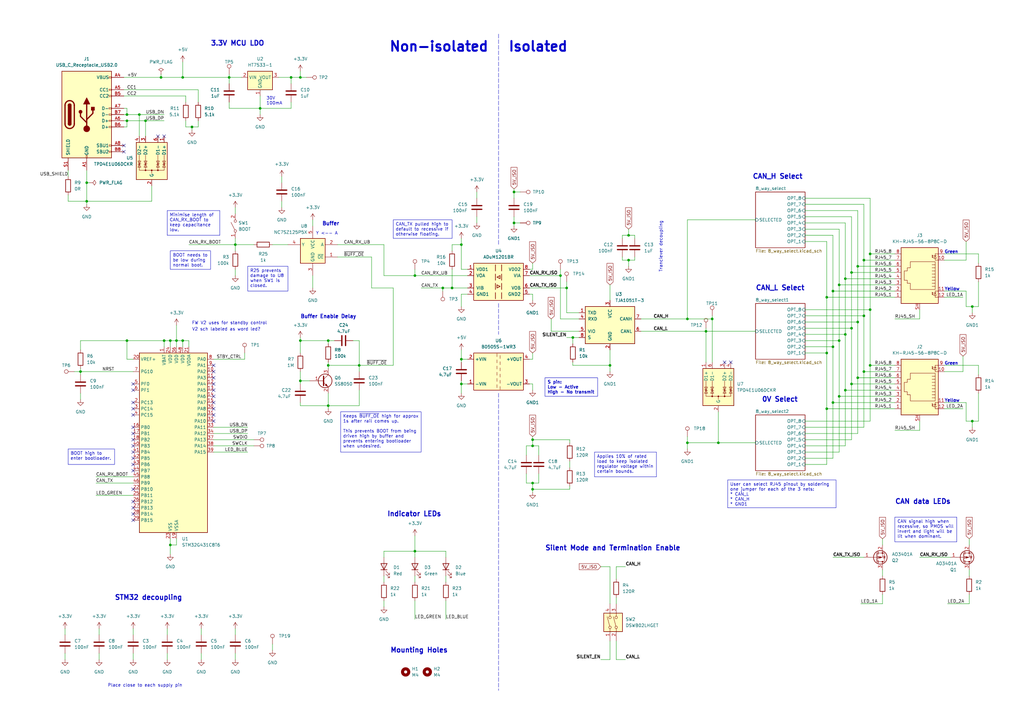
<source format=kicad_sch>
(kicad_sch (version 20230121) (generator eeschema)
  (paper "A3")
  (title_block (title "CANchovy") (date "2023-10-31") (rev "A") (company "N/A") (comment 1 "MKS CANable V2 based"))
  (junction (at 354.33 152.4))
  (junction (at 281.94 181.61))
  (junction (at 349.25 157.48))
  (junction (at 346.71 114.3))
  (junction (at 354.33 106.68))
  (junction (at 170.18 113.03))
  (junction (at 78.74 52.07))
  (junction (at 33.02 152.4))
  (junction (at 351.79 109.22))
  (junction (at 106.68 44.45))
  (junction (at 346.71 137.16))
  (junction (at 281.94 130.81))
  (junction (at 349.25 111.76))
  (junction (at 257.81 96.52))
  (junction (at 341.63 165.1))
  (junction (at 52.07 46.99))
  (junction (at 354.33 129.54))
  (junction (at 93.98 31.75))
  (junction (at 289.56 135.89))
  (junction (at 189.23 147.32))
  (junction (at 346.71 160.02))
  (junction (at 344.17 162.56))
  (junction (at 170.18 226.06))
  (junction (at 229.87 113.03))
  (junction (at 147.32 149.86))
  (junction (at 134.62 139.7))
  (junction (at 52.07 49.53))
  (junction (at 67.31 139.7))
  (junction (at 123.19 156.21))
  (junction (at 218.44 198.12))
  (junction (at 66.04 31.75))
  (junction (at 74.93 31.75))
  (junction (at 69.85 223.52))
  (junction (at 356.87 149.86))
  (junction (at 344.17 116.84))
  (junction (at 218.44 180.34))
  (junction (at 356.87 127))
  (junction (at 35.56 82.55))
  (junction (at 74.93 139.7))
  (junction (at 349.25 134.62))
  (junction (at 341.63 142.24))
  (junction (at 294.64 181.61))
  (junction (at 123.19 31.75))
  (junction (at 189.23 100.33))
  (junction (at 257.81 106.68))
  (junction (at 134.62 149.86))
  (junction (at 218.44 200.66))
  (junction (at 185.42 118.11))
  (junction (at 339.09 121.92))
  (junction (at 234.95 138.43))
  (junction (at 398.78 125.73))
  (junction (at 134.62 166.37))
  (junction (at 351.79 132.08))
  (junction (at 57.15 46.99))
  (junction (at 339.09 167.64))
  (junction (at 341.63 119.38))
  (junction (at 189.23 157.48))
  (junction (at 232.41 118.11))
  (junction (at 356.87 104.14))
  (junction (at 96.52 100.33))
  (junction (at 59.69 49.53))
  (junction (at 339.09 144.78))
  (junction (at 52.07 139.7))
  (junction (at 210.82 91.44))
  (junction (at 181.61 118.11))
  (junction (at 119.38 31.75))
  (junction (at 210.82 78.74))
  (junction (at 292.1 130.81))
  (junction (at 344.17 139.7))
  (junction (at 35.56 74.93))
  (junction (at 69.85 139.7))
  (junction (at 72.39 139.7))
  (junction (at 250.19 149.86))
  (junction (at 218.44 182.88))
  (junction (at 123.19 139.7))
  (junction (at 351.79 154.94))
  (junction (at 398.78 172.72))
  (no_connect (at 87.63 149.86))
  (no_connect (at 54.61 165.1))
  (no_connect (at 87.63 160.02))
  (no_connect (at 50.8 62.23))
  (no_connect (at 87.63 162.56))
  (no_connect (at 299.72 148.59))
  (no_connect (at 54.61 160.02))
  (no_connect (at 54.61 187.96))
  (no_connect (at 87.63 154.94))
  (no_connect (at 87.63 167.64))
  (no_connect (at 54.61 175.26))
  (no_connect (at 87.63 172.72))
  (no_connect (at 67.31 55.88))
  (no_connect (at 64.77 55.88))
  (no_connect (at 87.63 152.4))
  (no_connect (at 54.61 182.88))
  (no_connect (at 87.63 170.18))
  (no_connect (at 54.61 205.74))
  (no_connect (at 50.8 59.69))
  (no_connect (at 54.61 208.28))
  (no_connect (at 54.61 213.36))
  (no_connect (at 54.61 157.48))
  (no_connect (at 54.61 193.04))
  (no_connect (at 54.61 210.82))
  (no_connect (at 54.61 170.18))
  (no_connect (at 87.63 157.48))
  (no_connect (at 54.61 167.64))
  (no_connect (at 54.61 200.66))
  (no_connect (at 54.61 185.42))
  (no_connect (at 297.18 148.59))
  (no_connect (at 54.61 177.8))
  (no_connect (at 54.61 180.34))
  (no_connect (at 54.61 190.5))
  (no_connect (at 87.63 165.1))
  (wire (pts (xy 72.39 133.35) (xy 72.39 139.7)))
  (wire (pts (xy 182.88 226.06) (xy 182.88 228.6)))
  (wire (pts (xy 72.39 223.52) (xy 69.85 223.52)))
  (wire (pts (xy 346.71 137.16) (xy 346.71 160.02)))
  (wire (pts (xy 96.52 270.51) (xy 96.52 267.97)))
  (wire (pts (xy 339.09 99.06) (xy 330.2 99.06)))
  (wire (pts (xy 54.61 147.32) (xy 52.07 147.32)))
  (wire (pts (xy 119.38 44.45) (xy 119.38 41.91)))
  (wire (pts (xy 123.19 156.21) (xy 127 156.21)))
  (wire (pts (xy 134.62 166.37) (xy 147.32 166.37)))
  (wire (pts (xy 351.79 154.94) (xy 367.03 154.94)))
  (wire (pts (xy 229.87 113.03) (xy 229.87 130.81)))
  (wire (pts (xy 35.56 82.55) (xy 62.23 82.55)))
  (wire (pts (xy 185.42 102.87) (xy 185.42 100.33)))
  (wire (pts (xy 257.81 109.22) (xy 257.81 106.68)))
  (wire (pts (xy 281.94 130.81) (xy 281.94 90.17)))
  (wire (pts (xy 189.23 161.29) (xy 189.23 157.48)))
  (wire (pts (xy 138.43 100.33) (xy 157.48 100.33)))
  (wire (pts (xy 330.2 137.16) (xy 346.71 137.16)))
  (wire (pts (xy 210.82 88.9) (xy 210.82 91.44)))
  (wire (pts (xy 401.32 149.86) (xy 401.32 153.67)))
  (wire (pts (xy 100.33 144.78) (xy 100.33 147.32)))
  (wire (pts (xy 354.33 152.4) (xy 354.33 175.26)))
  (wire (pts (xy 147.32 149.86) (xy 161.29 149.86)))
  (wire (pts (xy 59.69 49.53) (xy 59.69 55.88)))
  (wire (pts (xy 74.93 139.7) (xy 74.93 142.24)))
  (wire (pts (xy 68.58 257.81) (xy 68.58 260.35)))
  (wire (pts (xy 339.09 144.78) (xy 330.2 144.78)))
  (wire (pts (xy 189.23 147.32) (xy 191.77 147.32)))
  (wire (pts (xy 182.88 246.38) (xy 182.88 254)))
  (wire (pts (xy 226.06 135.89) (xy 237.49 135.89)))
  (wire (pts (xy 82.55 270.51) (xy 82.55 267.97)))
  (wire (pts (xy 289.56 134.62) (xy 289.56 135.89)))
  (wire (pts (xy 93.98 31.75) (xy 99.06 31.75)))
  (wire (pts (xy 215.9 194.31) (xy 215.9 198.12)))
  (wire (pts (xy 217.17 157.48) (xy 218.44 157.48)))
  (wire (pts (xy 281.94 130.81) (xy 292.1 130.81)))
  (wire (pts (xy 87.63 180.34) (xy 104.14 180.34)))
  (wire (pts (xy 367.03 176.53) (xy 377.19 176.53)))
  (wire (pts (xy 138.43 105.41) (xy 152.4 105.41)))
  (wire (pts (xy 77.47 139.7) (xy 77.47 142.24)))
  (wire (pts (xy 152.4 118.11) (xy 152.4 105.41)))
  (wire (pts (xy 33.02 152.4) (xy 33.02 153.67)))
  (wire (pts (xy 281.94 181.61) (xy 281.94 184.15)))
  (wire (pts (xy 50.8 52.07) (xy 52.07 52.07)))
  (wire (pts (xy 341.63 119.38) (xy 341.63 142.24)))
  (wire (pts (xy 387.35 119.38) (xy 396.24 119.38)))
  (wire (pts (xy 96.52 97.79) (xy 96.52 100.33)))
  (wire (pts (xy 257.81 106.68) (xy 260.35 106.68)))
  (wire (pts (xy 74.93 31.75) (xy 93.98 31.75)))
  (wire (pts (xy 351.79 177.8) (xy 330.2 177.8)))
  (wire (pts (xy 252.73 262.89) (xy 252.73 270.51)))
  (wire (pts (xy 66.04 30.48) (xy 66.04 31.75)))
  (wire (pts (xy 189.23 157.48) (xy 191.77 157.48)))
  (wire (pts (xy 341.63 119.38) (xy 367.03 119.38)))
  (wire (pts (xy 292.1 130.81) (xy 292.1 148.59)))
  (wire (pts (xy 106.68 39.37) (xy 106.68 44.45)))
  (wire (pts (xy 185.42 110.49) (xy 185.42 118.11)))
  (wire (pts (xy 52.07 49.53) (xy 59.69 49.53)))
  (wire (pts (xy 106.68 44.45) (xy 119.38 44.45)))
  (wire (pts (xy 128.27 118.11) (xy 128.27 113.03)))
  (wire (pts (xy 341.63 165.1) (xy 341.63 187.96)))
  (wire (pts (xy 218.44 120.65) (xy 218.44 123.19)))
  (wire (pts (xy 398.78 172.72) (xy 396.24 172.72)))
  (wire (pts (xy 72.39 220.98) (xy 72.39 223.52)))
  (wire (pts (xy 260.35 105.41) (xy 260.35 106.68)))
  (wire (pts (xy 330.2 175.26) (xy 354.33 175.26)))
  (wire (pts (xy 189.23 97.79) (xy 189.23 100.33)))
  (wire (pts (xy 52.07 46.99) (xy 52.07 44.45)))
  (wire (pts (xy 195.58 88.9) (xy 195.58 91.44)))
  (wire (pts (xy 33.02 143.51) (xy 33.02 139.7)))
  (wire (pts (xy 144.78 139.7) (xy 147.32 139.7)))
  (wire (pts (xy 262.89 130.81) (xy 281.94 130.81)))
  (wire (pts (xy 344.17 116.84) (xy 344.17 93.98)))
  (wire (pts (xy 292.1 129.54) (xy 292.1 130.81)))
  (wire (pts (xy 250.19 232.41) (xy 250.19 247.65)))
  (wire (pts (xy 170.18 219.71) (xy 170.18 226.06)))
  (wire (pts (xy 134.62 148.59) (xy 134.62 149.86)))
  (wire (pts (xy 76.2 52.07) (xy 78.74 52.07)))
  (wire (pts (xy 81.28 36.83) (xy 81.28 41.91)))
  (wire (pts (xy 232.41 138.43) (xy 234.95 138.43)))
  (wire (pts (xy 185.42 118.11) (xy 191.77 118.11)))
  (wire (pts (xy 250.19 149.86) (xy 250.19 152.4)))
  (wire (pts (xy 35.56 69.85) (xy 35.56 74.93)))
  (wire (pts (xy 147.32 149.86) (xy 147.32 152.4)))
  (wire (pts (xy 27.94 82.55) (xy 35.56 82.55)))
  (wire (pts (xy 111.76 266.7) (xy 111.76 264.16)))
  (wire (pts (xy 78.74 52.07) (xy 78.74 53.34)))
  (wire (pts (xy 123.19 139.7) (xy 134.62 139.7)))
  (wire (pts (xy 396.24 125.73) (xy 396.24 119.38)))
  (wire (pts (xy 210.82 77.47) (xy 210.82 78.74)))
  (wire (pts (xy 361.95 247.65) (xy 353.06 247.65)))
  (wire (pts (xy 398.78 175.26) (xy 398.78 172.72)))
  (wire (pts (xy 26.67 270.51) (xy 26.67 267.97)))
  (wire (pts (xy 76.2 39.37) (xy 76.2 41.91)))
  (wire (pts (xy 234.95 138.43) (xy 234.95 140.97)))
  (wire (pts (xy 66.04 31.75) (xy 74.93 31.75)))
  (wire (pts (xy 50.8 49.53) (xy 52.07 49.53)))
  (wire (pts (xy 387.35 149.86) (xy 401.32 149.86)))
  (wire (pts (xy 344.17 162.56) (xy 367.03 162.56)))
  (wire (pts (xy 281.94 181.61) (xy 294.64 181.61)))
  (wire (pts (xy 346.71 114.3) (xy 346.71 137.16)))
  (wire (pts (xy 233.68 199.39) (xy 233.68 200.66)))
  (wire (pts (xy 367.03 121.92) (xy 339.09 121.92)))
  (wire (pts (xy 115.57 82.55) (xy 115.57 85.09)))
  (wire (pts (xy 250.19 262.89) (xy 250.19 270.51)))
  (wire (pts (xy 218.44 157.48) (xy 218.44 160.02)))
  (wire (pts (xy 57.15 46.99) (xy 57.15 55.88)))
  (wire (pts (xy 134.62 139.7) (xy 137.16 139.7)))
  (wire (pts (xy 346.71 114.3) (xy 346.71 91.44)))
  (wire (pts (xy 170.18 246.38) (xy 170.18 254)))
  (wire (pts (xy 172.72 118.11) (xy 181.61 118.11)))
  (wire (pts (xy 157.48 226.06) (xy 170.18 226.06)))
  (wire (pts (xy 119.38 31.75) (xy 114.3 31.75)))
  (wire (pts (xy 157.48 113.03) (xy 170.18 113.03)))
  (wire (pts (xy 96.52 85.09) (xy 96.52 87.63)))
  (wire (pts (xy 354.33 152.4) (xy 354.33 129.54)))
  (wire (pts (xy 123.19 156.21) (xy 123.19 157.48)))
  (wire (pts (xy 246.38 232.41) (xy 250.19 232.41)))
  (wire (pts (xy 33.02 151.13) (xy 33.02 152.4)))
  (wire (pts (xy 354.33 106.68) (xy 354.33 83.82)))
  (wire (pts (xy 330.2 187.96) (xy 341.63 187.96)))
  (wire (pts (xy 260.35 97.79) (xy 260.35 96.52)))
  (polyline (pts (xy 204.47 124.46) (xy 204.47 137.16)) (stroke (width 0) (type dash)))
  (wire (pts (xy 27.94 80.01) (xy 27.94 82.55)))
  (wire (pts (xy 330.2 172.72) (xy 356.87 172.72)))
  (wire (pts (xy 218.44 198.12) (xy 215.9 198.12)))
  (wire (pts (xy 69.85 223.52) (xy 69.85 227.33)))
  (wire (pts (xy 344.17 139.7) (xy 344.17 162.56)))
  (wire (pts (xy 185.42 100.33) (xy 189.23 100.33)))
  (wire (pts (xy 339.09 167.64) (xy 339.09 190.5)))
  (wire (pts (xy 220.98 194.31) (xy 220.98 198.12)))
  (wire (pts (xy 39.37 195.58) (xy 54.61 195.58)))
  (wire (pts (xy 351.79 109.22) (xy 351.79 132.08)))
  (wire (pts (xy 218.44 200.66) (xy 218.44 198.12)))
  (wire (pts (xy 257.81 96.52) (xy 260.35 96.52)))
  (wire (pts (xy 346.71 160.02) (xy 367.03 160.02)))
  (wire (pts (xy 250.19 116.84) (xy 250.19 123.19)))
  (wire (pts (xy 330.2 86.36) (xy 351.79 86.36)))
  (wire (pts (xy 181.61 118.11) (xy 181.61 119.38)))
  (wire (pts (xy 354.33 106.68) (xy 367.03 106.68)))
  (polyline (pts (xy 204.47 13.97) (xy 204.47 100.33)) (stroke (width 0) (type dash)))
  (wire (pts (xy 30.48 152.4) (xy 33.02 152.4)))
  (wire (pts (xy 128.27 90.17) (xy 128.27 92.71)))
  (wire (pts (xy 218.44 180.34) (xy 233.68 180.34)))
  (wire (pts (xy 96.52 102.87) (xy 96.52 100.33)))
  (wire (pts (xy 87.63 147.32) (xy 100.33 147.32)))
  (wire (pts (xy 170.18 236.22) (xy 170.18 238.76)))
  (wire (pts (xy 344.17 116.84) (xy 344.17 139.7)))
  (wire (pts (xy 87.63 177.8) (xy 101.6 177.8)))
  (wire (pts (xy 356.87 149.86) (xy 356.87 172.72)))
  (wire (pts (xy 344.17 185.42) (xy 330.2 185.42)))
  (wire (pts (xy 330.2 127) (xy 356.87 127)))
  (wire (pts (xy 356.87 81.28) (xy 330.2 81.28)))
  (wire (pts (xy 361.95 243.84) (xy 361.95 247.65)))
  (wire (pts (xy 52.07 139.7) (xy 67.31 139.7)))
  (wire (pts (xy 123.19 139.7) (xy 123.19 144.78)))
  (wire (pts (xy 234.95 138.43) (xy 237.49 138.43)))
  (wire (pts (xy 289.56 135.89) (xy 309.88 135.89)))
  (wire (pts (xy 349.25 157.48) (xy 349.25 134.62)))
  (wire (pts (xy 134.62 149.86) (xy 147.32 149.86)))
  (wire (pts (xy 396.24 106.68) (xy 387.35 106.68)))
  (wire (pts (xy 217.17 118.11) (xy 232.41 118.11)))
  (wire (pts (xy 87.63 182.88) (xy 104.14 182.88)))
  (wire (pts (xy 189.23 143.51) (xy 189.23 147.32)))
  (wire (pts (xy 210.82 78.74) (xy 210.82 81.28)))
  (wire (pts (xy 262.89 135.89) (xy 289.56 135.89)))
  (wire (pts (xy 281.94 179.07) (xy 281.94 181.61)))
  (polyline (pts (xy 204.47 161.29) (xy 204.47 283.21)) (stroke (width 0) (type dash)))
  (wire (pts (xy 351.79 86.36) (xy 351.79 109.22)))
  (wire (pts (xy 170.18 226.06) (xy 170.18 228.6)))
  (wire (pts (xy 57.15 46.99) (xy 67.31 46.99)))
  (wire (pts (xy 226.06 130.81) (xy 226.06 135.89)))
  (wire (pts (xy 72.39 139.7) (xy 74.93 139.7)))
  (wire (pts (xy 346.71 114.3) (xy 367.03 114.3)))
  (wire (pts (xy 361.95 233.68) (xy 361.95 236.22)))
  (wire (pts (xy 346.71 160.02) (xy 346.71 182.88)))
  (wire (pts (xy 218.44 200.66) (xy 233.68 200.66)))
  (wire (pts (xy 59.69 49.53) (xy 67.31 49.53)))
  (wire (pts (xy 189.23 125.73) (xy 189.23 120.65)))
  (wire (pts (xy 123.19 29.21) (xy 123.19 31.75)))
  (wire (pts (xy 346.71 182.88) (xy 330.2 182.88)))
  (wire (pts (xy 62.23 82.55) (xy 62.23 76.2)))
  (wire (pts (xy 294.64 181.61) (xy 309.88 181.61)))
  (wire (pts (xy 157.48 236.22) (xy 157.48 238.76)))
  (wire (pts (xy 123.19 31.75) (xy 125.73 31.75)))
  (wire (pts (xy 351.79 132.08) (xy 351.79 154.94)))
  (wire (pts (xy 341.63 228.6) (xy 354.33 228.6)))
  (wire (pts (xy 349.25 88.9) (xy 330.2 88.9)))
  (wire (pts (xy 50.8 36.83) (xy 81.28 36.83)))
  (wire (pts (xy 356.87 149.86) (xy 356.87 127)))
  (wire (pts (xy 210.82 78.74) (xy 213.36 78.74)))
  (wire (pts (xy 50.8 31.75) (xy 66.04 31.75)))
  (wire (pts (xy 35.56 74.93) (xy 36.83 74.93)))
  (wire (pts (xy 257.81 93.98) (xy 257.81 96.52)))
  (wire (pts (xy 397.51 247.65) (xy 388.62 247.65)))
  (wire (pts (xy 229.87 110.49) (xy 229.87 113.03)))
  (wire (pts (xy 35.56 74.93) (xy 35.56 82.55)))
  (wire (pts (xy 387.35 167.64) (xy 394.97 167.64)))
  (wire (pts (xy 218.44 147.32) (xy 218.44 144.78)))
  (wire (pts (xy 229.87 130.81) (xy 237.49 130.81)))
  (wire (pts (xy 252.73 270.51) (xy 256.54 270.51)))
  (wire (pts (xy 356.87 149.86) (xy 367.03 149.86)))
  (wire (pts (xy 341.63 165.1) (xy 367.03 165.1)))
  (wire (pts (xy 218.44 182.88) (xy 220.98 182.88)))
  (wire (pts (xy 54.61 257.81) (xy 54.61 260.35)))
  (wire (pts (xy 134.62 139.7) (xy 134.62 140.97)))
  (wire (pts (xy 218.44 179.07) (xy 218.44 180.34)))
  (wire (pts (xy 69.85 139.7) (xy 72.39 139.7)))
  (wire (pts (xy 354.33 83.82) (xy 330.2 83.82)))
  (wire (pts (xy 161.29 149.86) (xy 161.29 118.11)))
  (wire (pts (xy 232.41 118.11) (xy 232.41 128.27)))
  (wire (pts (xy 397.51 243.84) (xy 397.51 247.65)))
  (wire (pts (xy 330.2 139.7) (xy 344.17 139.7)))
  (wire (pts (xy 181.61 118.11) (xy 185.42 118.11)))
  (wire (pts (xy 189.23 156.21) (xy 189.23 157.48)))
  (wire (pts (xy 96.52 100.33) (xy 104.14 100.33)))
  (wire (pts (xy 39.37 198.12) (xy 54.61 198.12)))
  (wire (pts (xy 234.95 149.86) (xy 250.19 149.86)))
  (wire (pts (xy 398.78 125.73) (xy 401.32 125.73)))
  (wire (pts (xy 106.68 44.45) (xy 106.68 46.99)))
  (wire (pts (xy 96.52 257.81) (xy 96.52 260.35)))
  (wire (pts (xy 210.82 91.44) (xy 210.82 92.71)))
  (wire (pts (xy 134.62 166.37) (xy 134.62 167.64)))
  (wire (pts (xy 93.98 30.48) (xy 93.98 31.75)))
  (wire (pts (xy 218.44 198.12) (xy 220.98 198.12)))
  (wire (pts (xy 217.17 147.32) (xy 218.44 147.32)))
  (wire (pts (xy 215.9 186.69) (xy 215.9 182.88)))
  (wire (pts (xy 252.73 245.11) (xy 252.73 247.65)))
  (wire (pts (xy 394.97 146.05) (xy 394.97 152.4)))
  (wire (pts (xy 341.63 142.24) (xy 341.63 165.1)))
  (wire (pts (xy 147.32 166.37) (xy 147.32 160.02)))
  (wire (pts (xy 330.2 132.08) (xy 351.79 132.08)))
  (wire (pts (xy 339.09 167.64) (xy 367.03 167.64)))
  (wire (pts (xy 234.95 148.59) (xy 234.95 149.86)))
  (wire (pts (xy 82.55 257.81) (xy 82.55 260.35)))
  (wire (pts (xy 341.63 119.38) (xy 341.63 96.52)))
  (wire (pts (xy 341.63 96.52) (xy 330.2 96.52)))
  (wire (pts (xy 344.17 162.56) (xy 344.17 185.42)))
  (wire (pts (xy 361.95 220.98) (xy 361.95 223.52)))
  (wire (pts (xy 356.87 104.14) (xy 367.03 104.14)))
  (wire (pts (xy 387.35 121.92) (xy 394.97 121.92)))
  (wire (pts (xy 35.56 82.55) (xy 35.56 83.82)))
  (wire (pts (xy 255.27 97.79) (xy 255.27 96.52)))
  (wire (pts (xy 119.38 31.75) (xy 123.19 31.75)))
  (wire (pts (xy 50.8 39.37) (xy 76.2 39.37)))
  (wire (pts (xy 52.07 49.53) (xy 52.07 52.07)))
  (wire (pts (xy 157.48 100.33) (xy 157.48 113.03)))
  (wire (pts (xy 67.31 139.7) (xy 69.85 139.7)))
  (wire (pts (xy 252.73 232.41) (xy 252.73 237.49)))
  (wire (pts (xy 354.33 106.68) (xy 354.33 129.54)))
  (wire (pts (xy 349.25 111.76) (xy 349.25 134.62)))
  (wire (pts (xy 233.68 189.23) (xy 233.68 191.77)))
  (wire (pts (xy 220.98 186.69) (xy 220.98 182.88)))
  (wire (pts (xy 78.74 52.07) (xy 81.28 52.07)))
  (wire (pts (xy 157.48 246.38) (xy 157.48 248.92)))
  (wire (pts (xy 189.23 100.33) (xy 189.23 110.49)))
  (wire (pts (xy 170.18 110.49) (xy 170.18 113.03)))
  (wire (pts (xy 218.44 201.93) (xy 218.44 200.66)))
  (wire (pts (xy 115.57 72.39) (xy 115.57 74.93)))
  (wire (pts (xy 330.2 134.62) (xy 349.25 134.62)))
  (wire (pts (xy 367.03 116.84) (xy 344.17 116.84)))
  (wire (pts (xy 289.56 135.89) (xy 289.56 148.59)))
  (wire (pts (xy 396.24 165.1) (xy 396.24 172.72)))
  (wire (pts (xy 218.44 180.34) (xy 218.44 182.88)))
  (wire (pts (xy 67.31 142.24) (xy 67.31 139.7)))
  (wire (pts (xy 250.19 143.51) (xy 250.19 149.86)))
  (wire (pts (xy 349.25 111.76) (xy 367.03 111.76)))
  (wire (pts (xy 330.2 142.24) (xy 341.63 142.24)))
  (wire (pts (xy 339.09 121.92) (xy 339.09 99.06)))
  (wire (pts (xy 50.8 44.45) (xy 52.07 44.45)))
  (wire (pts (xy 246.38 270.51) (xy 250.19 270.51)))
  (wire (pts (xy 351.79 154.94) (xy 351.79 177.8)))
  (wire (pts (xy 398.78 128.27) (xy 398.78 125.73)))
  (wire (pts (xy 394.97 152.4) (xy 387.35 152.4)))
  (wire (pts (xy 217.17 113.03) (xy 229.87 113.03)))
  (wire (pts (xy 40.64 257.81) (xy 40.64 260.35)))
  (wire (pts (xy 52.07 147.32) (xy 52.07 139.7)))
  (wire (pts (xy 354.33 152.4) (xy 367.03 152.4)))
  (wire (pts (xy 87.63 185.42) (xy 101.6 185.42)))
  (wire (pts (xy 76.2 49.53) (xy 76.2 52.07)))
  (wire (pts (xy 147.32 139.7) (xy 147.32 149.86)))
  (wire (pts (xy 123.19 165.1) (xy 123.19 166.37)))
  (wire (pts (xy 170.18 113.03) (xy 191.77 113.03)))
  (wire (pts (xy 33.02 161.29) (xy 33.02 163.83)))
  (wire (pts (xy 330.2 129.54) (xy 354.33 129.54)))
  (wire (pts (xy 123.19 138.43) (xy 123.19 139.7)))
  (wire (pts (xy 349.25 111.76) (xy 349.25 88.9)))
  (wire (pts (xy 344.17 93.98) (xy 330.2 93.98)))
  (wire (pts (xy 257.81 96.52) (xy 255.27 96.52)))
  (wire (pts (xy 397.51 220.98) (xy 397.51 223.52)))
  (wire (pts (xy 74.93 25.4) (xy 74.93 31.75)))
  (wire (pts (xy 161.29 118.11) (xy 152.4 118.11)))
  (wire (pts (xy 157.48 226.06) (xy 157.48 228.6)))
  (wire (pts (xy 349.25 157.48) (xy 367.03 157.48)))
  (wire (pts (xy 72.39 139.7) (xy 72.39 142.24)))
  (wire (pts (xy 134.62 161.29) (xy 134.62 166.37)))
  (wire (pts (xy 93.98 44.45) (xy 106.68 44.45)))
  (wire (pts (xy 339.09 190.5) (xy 330.2 190.5)))
  (wire (pts (xy 33.02 139.7) (xy 52.07 139.7)))
  (wire (pts (xy 377.19 176.53) (xy 377.19 172.72)))
  (wire (pts (xy 396.24 99.06) (xy 396.24 106.68)))
  (wire (pts (xy 232.41 115.57) (xy 232.41 118.11)))
  (wire (pts (xy 170.18 226.06) (xy 182.88 226.06)))
  (wire (pts (xy 210.82 91.44) (xy 213.36 91.44)))
  (wire (pts (xy 339.09 144.78) (xy 339.09 167.64)))
  (wire (pts (xy 398.78 172.72) (xy 401.32 172.72)))
  (wire (pts (xy 69.85 139.7) (xy 69.85 142.24)))
  (wire (pts (xy 346.71 91.44) (xy 330.2 91.44)))
  (wire (pts (xy 218.44 182.88) (xy 215.9 182.88)))
  (wire (pts (xy 339.09 121.92) (xy 339.09 144.78)))
  (wire (pts (xy 33.02 152.4) (xy 54.61 152.4)))
  (wire (pts (xy 281.94 90.17) (xy 309.88 90.17)))
  (wire (pts (xy 356.87 104.14) (xy 356.87 127)))
  (wire (pts (xy 398.78 125.73) (xy 396.24 125.73)))
  (wire (pts (xy 367.03 130.81) (xy 377.19 130.81)))
  (wire (pts (xy 401.32 161.29) (xy 401.32 172.72)))
  (wire (pts (xy 232.41 128.27) (xy 237.49 128.27)))
  (wire (pts (xy 39.37 203.2) (xy 54.61 203.2)))
  (wire (pts (xy 69.85 220.98) (xy 69.85 223.52)))
  (wire (pts (xy 40.64 270.51) (xy 40.64 267.97)))
  (wire (pts (xy 26.67 257.81) (xy 26.67 260.35)))
  (wire (pts (xy 397.51 233.68) (xy 397.51 236.22)))
  (wire (pts (xy 294.64 168.91) (xy 294.64 181.61)))
  (wire (pts (xy 217.17 110.49) (xy 218.44 110.49)))
  (wire (pts (xy 330.2 180.34) (xy 349.25 180.34)))
  (wire (pts (xy 377.19 228.6) (xy 389.89 228.6)))
  (wire (pts (xy 68.58 270.51) (xy 68.58 267.97)))
  (wire (pts (xy 52.07 46.99) (xy 57.15 46.99)))
  (wire (pts (xy 81.28 52.07) (xy 81.28 49.53)))
  (wire (pts (xy 401.32 104.14) (xy 401.32 107.95)))
  (wire (pts (xy 77.47 100.33) (xy 96.52 100.33)))
  (wire (pts (xy 93.98 31.75) (xy 93.98 34.29)))
  (wire (pts (xy 189.23 147.32) (xy 189.23 148.59)))
  (wire (pts (xy 255.27 105.41) (xy 255.27 106.68)))
  (wire (pts (xy 257.81 106.68) (xy 255.27 106.68)))
  (wire (pts (xy 349.25 157.48) (xy 349.25 180.34)))
  (wire (pts (xy 377.19 130.81) (xy 377.19 127)))
  (wire (pts (xy 50.8 46.99) (xy 52.07 46.99)))
  (wire (pts (xy 401.32 115.57) (xy 401.32 125.73)))
  (wire (pts (xy 119.38 34.29) (xy 119.38 31.75)))
  (wire (pts (xy 217.17 120.65) (xy 218.44 120.65)))
  (wire (pts (xy 27.94 69.85) (xy 27.94 72.39)))
  (wire (pts (xy 74.93 139.7) (xy 77.47 139.7)))
  (wire (pts (xy 54.61 270.51) (xy 54.61 267.97)))
  (wire (pts (xy 356.87 104.14) (xy 356.87 81.28)))
  (wire (pts (xy 387.35 165.1) (xy 396.24 165.1)))
  (wire (pts (xy 87.63 175.26) (xy 101.6 175.26)))
  (wire (pts (xy 252.73 232.41) (xy 256.54 232.41)))
  (wire (pts (xy 189.23 110.49) (xy 191.77 110.49)))
  (wire (pts (xy 111.76 100.33) (xy 118.11 100.33)))
  (wire (pts (xy 93.98 41.91) (xy 93.98 44.45)))
  (wire (pts (xy 233.68 181.61) (xy 233.68 180.34)))
  (wire (pts (xy 351.79 109.22) (xy 367.03 109.22)))
  (wire (pts (xy 218.44 110.49) (xy 218.44 107.95)))
  (wire (pts (xy 123.19 152.4) (xy 123.19 156.21)))
  (wire (pts (xy 387.35 104.14) (xy 401.32 104.14)))
  (wire (pts (xy 182.88 236.22) (xy 182.88 238.76)))
  (wire (pts (xy 189.23 120.65) (xy 191.77 120.65)))
  (wire (pts (xy 123.19 166.37) (xy 134.62 166.37)))
  (wire (pts (xy 134.62 149.86) (xy 134.62 151.13)))
  (wire (pts (xy 195.58 78.74) (xy 195.58 81.28)))
  (wire (pts (xy 96.52 110.49) (xy 96.52 113.03)))
  (text_box "Applies 10% of rated load to keep isolated regulator voltage within certain bounds." (at 243.84 185.42 0) (size 25.4 10.16) (effects (font (size 1.27 1.27)) (justify left top)))
  (text_box "BOOT high to enter bootloader." (at 27.94 184.15 0) (size 19.05 6.35) (effects (font (size 1.27 1.27)) (justify left top)))
  (text_box "BOOT needs to be low during normal boot." (at 69.85 102.87 0) (size 16.51 7.62) (effects (font (size 1.27 1.27)) (justify left top)))
  (text_box "S pin:\nLow - Active\nHigh - No transmit" (at 223.52 154.94 0) (size 21.59 7.62) (effects (font (size 1.27 1.27) bold) (justify left top)))
  (text_box "User can select RJ45 pinout by soldering one jumper for each of the 3 nets:\n* CAN_L\n* CAN_H\n* GND1" (at 298.45 196.85 0) (size 44.45 11.43) (effects (font (size 1.27 1.27)) (justify left top)))
  (text_box "Keeps ~{BUFF_OE} high for approx 1s after rail comes up.\n\nThis prevents BOOT from being driven high by buffer and prevents entering bootloader when undesired." (at 139.7 168.91 0) (size 33.02 16.51) (effects (font (size 1.27 1.27)) (justify left top)))
  (text_box "R25 prevents damage to U8 when SW1 is closed." (at 101.6 109.22 0) (size 16.51 10.16) (effects (font (size 1.27 1.27)) (justify left top)))
  (text_box "CAN signal high when recessive, so PMOS will invert and light will be lit when dominant." (at 367.03 212.09 0) (size 25.4 10.16) (effects (font (size 1.27 1.27)) (justify left top)))
  (text_box "CAN_TX pulled high to default to recessive if otherwise floating." (at 161.29 90.17 0) (size 24.13 7.62) (effects (font (size 1.27 1.27)) (justify left top)))
  (text_box "Minimise length of CAN_RX_BOOT to keep capacitance low." (at 68.58 86.36 0) (size 21.59 10.16) (effects (font (size 1.27 1.27)) (justify left top)))
  (text "Mounting Holes" (at 160.02 267.97 0) (effects (font (size 2 2) (thickness 0.4) bold) (justify left bottom)))
  (text "STM32 decoupling" (at 46.99 246.38 0) (effects (font (size 2 2) (thickness 0.4) bold) (justify left bottom)))
  (text "CAN_H Select" (at 308.61 73.66 0) (effects (font (size 2 2) (thickness 0.4) bold) (justify left bottom)))
  (text "Green" (at 387.35 104.14 0) (effects (font (size 1.27 1.27) bold) (justify left bottom)))
  (text "Isolated" (at 208.28 21.59 0) (effects (font (size 4 4) (thickness 0.8) bold) (justify left bottom)))
  (text "30V\n100mA" (at 109.22 43.18 0) (effects (font (size 1.27 1.27)) (justify left bottom)))
  (text "Buffer" (at 132.08 92.71 0) (effects (font (size 1.5 1.5) (thickness 0.3) bold) (justify left bottom)))
  (text "Y <-- A" (at 129.54 96.52 0) (effects (font (size 1.27 1.27)) (justify left bottom)))
  (text " Place close to each supply pin" (at 43.18 281.94 0) (effects (font (size 1.27 1.27)) (justify left bottom)))
  (text "Yellow" (at 387.35 119.38 0) (effects (font (size 1.27 1.27) bold) (justify left bottom)))
  (text "Silent Mode and Termination Enable" (at 223.52 226.06 0) (effects (font (size 2 2) (thickness 0.4) bold) (justify left bottom)))
  (text "V2 sch labeled as word led?" (at 78.74 135.89 0) (effects (font (size 1.27 1.27)) (justify left bottom)))
  (text "Buffer Enable Delay" (at 123.19 130.81 0) (effects (font (size 1.5 1.5) (thickness 0.3) bold) (justify left bottom)))
  (text "Yellow" (at 387.35 165.1 0) (effects (font (size 1.27 1.27) bold) (justify left bottom)))
  (text "Green" (at 387.35 149.86 0) (effects (font (size 1.27 1.27) bold) (justify left bottom)))
  (text "Non-isolated" (at 200.66 21.59 0) (effects (font (size 4 4) (thickness 0.8) bold) (justify right bottom)))
  (text "3.3V MCU LDO" (at 86.36 19.05 0) (effects (font (size 2 2) (thickness 0.4) bold) (justify left bottom)))
  (text "Tranciever decoupling" (at 271.78 111.76 90) (effects (font (size 1.27 1.27)) (justify left bottom)))
  (text "0V Select" (at 312.42 165.1 0) (effects (font (size 2 2) (thickness 0.4) bold) (justify left bottom)))
  (text "CAN data LEDs" (at 367.03 207.01 0) (effects (font (size 2 2) (thickness 0.4) bold) (justify left bottom)))
  (text "Indicator LEDs" (at 158.75 212.09 0) (effects (font (size 2 2) (thickness 0.4) bold) (justify left bottom)))
  (text "CAN_L Select" (at 309.88 119.38 0) (effects (font (size 2 2) (thickness 0.4) bold) (justify left bottom)))
  (text "FW V2 uses for standby control" (at 78.7004 133.31 0) (effects (font (size 1.27 1.27)) (justify left bottom)))
  (label "~{BUFF_OE}" (at 140.97 105.41 0))
  (label "RJ45_SH" (at 367.03 176.53 0))
  (label "CAN_RX_ISO" (at 217.17 113.03 0) (effects (font bold)))
  (label "NRST" (at 41.91 152.4 0))
  (label "SWDIO" (at 101.6 180.34 180))
  (label "LED_GREEN" (at 170.18 254 0))
  (label "LED_GREEN" (at 39.37 203.2 0))
  (label "RJ45_8" (at 365.76 104.14 180))
  (label "USB_DP" (at 101.6 177.8 180))
  (label "CAN_L" (at 267.97 135.89 0) (effects (font bold)))
  (label "CAN_RX_UB" (at 140.97 100.33 0))
  (label "SILENT_EN" (at 246.38 270.51 180) (effects (font bold)))
  (label "CC1" (at 52.07 36.83 0))
  (label "+5V" (at 52.07 31.75 0))
  (label "RJ45_3" (at 365.76 162.56 180))
  (label "RJ45_5" (at 365.76 157.48 180))
  (label "~{BUFF_OE}" (at 158.75 149.86 180))
  (label "CAN_RX_BOOT" (at 39.37 195.58 0))
  (label "RJ45_6" (at 365.76 154.94 180))
  (label "CAN_H" (at 267.97 130.81 0) (effects (font bold)))
  (label "SWCLK" (at 101.6 182.88 180))
  (label "RJ45_3" (at 365.76 116.84 180))
  (label "RJ45_1" (at 365.76 121.92 180))
  (label "CAN_H" (at 256.54 232.41 0) (effects (font bold)))
  (label "RJ45_5" (at 365.76 111.76 180))
  (label "STBY_CTRL" (at 99.06 147.32 180))
  (label "LED_BLUE" (at 101.6 185.42 180))
  (label "RJ45_4" (at 365.76 160.02 180))
  (label "CAN_TX_ISO" (at 217.17 118.11 0) (effects (font bold)))
  (label "CAN_L" (at 256.54 270.51 0) (effects (font bold)))
  (label "SILENT_EN" (at 232.41 138.43 180) (effects (font bold)))
  (label "RJ45_7" (at 365.76 106.68 180))
  (label "USB_SHIELD" (at 27.94 72.39 180))
  (label "LED_2A" (at 394.97 167.64 180))
  (label "RJ45_SH" (at 367.03 130.81 0))
  (label "RJ45_8" (at 365.76 149.86 180))
  (label "USB_DN" (at 101.6 175.26 180))
  (label "RJ45_1" (at 365.76 167.64 180))
  (label "CAN_TX" (at 172.72 118.11 0))
  (label "LED_1A" (at 353.06 247.65 0))
  (label "USB_DP" (at 67.31 49.53 180))
  (label "CAN_TX_ISO" (at 341.63 228.6 0) (effects (font bold)))
  (label "RJ45_4" (at 365.76 114.3 180))
  (label "CAN_RX_BOOT" (at 77.47 100.33 0))
  (label "CAN_RX_ISO" (at 377.19 228.6 0) (effects (font bold)))
  (label "CAN_TX" (at 39.37 198.12 0))
  (label "RJ45_2" (at 365.76 119.38 180))
  (label "CC2" (at 52.07 39.37 0))
  (label "LED_BLUE" (at 182.88 254 0))
  (label "RJ45_6" (at 365.76 109.22 180))
  (label "USB_DN" (at 67.31 46.99 180))
  (label "CAN_RX_UB" (at 172.72 113.03 0))
  (label "RJ45_7" (at 365.76 152.4 180))
  (label "LED_1A" (at 394.97 121.92 180))
  (label "RJ45_2" (at 365.76 165.1 180))
  (label "LED_2A" (at 388.62 247.65 0))
  (global_label "5V_ISO" (shape input) (at 218.44 107.95 90) (property "Intersheetrefs" "${INTERSHEET_REFS}" (effects hide)))
  (global_label "5V_ISO" (shape input) (at 226.06 130.81 90) (property "Intersheetrefs" "${INTERSHEET_REFS}" (effects hide)))
  (global_label "5V_ISO" (shape input) (at 397.51 220.98 90) (property "Intersheetrefs" "${INTERSHEET_REFS}" (effects hide)))
  (global_label "5V_ISO" (shape input) (at 396.24 99.06 90) (property "Intersheetrefs" "${INTERSHEET_REFS}" (effects hide)))
  (global_label "5V_ISO" (shape input) (at 257.81 93.98 90) (property "Intersheetrefs" "${INTERSHEET_REFS}" (effects hide)))
  (global_label "5V_ISO" (shape input) (at 218.44 144.78 90) (property "Intersheetrefs" "${INTERSHEET_REFS}" (effects hide)))
  (global_label "5V_ISO" (shape input) (at 394.97 146.05 90) (property "Intersheetrefs" "${INTERSHEET_REFS}" (effects hide)))
  (global_label "5V_ISO" (shape input) (at 210.82 77.47 90) (property "Intersheetrefs" "${INTERSHEET_REFS}" (effects hide)))
  (global_label "5V_ISO" (shape input) (at 361.95 220.98 90) (property "Intersheetrefs" "${INTERSHEET_REFS}" (effects hide)))
  (global_label "5V_ISO" (shape input) (at 250.19 116.84 90) (property "Intersheetrefs" "${INTERSHEET_REFS}" (effects hide)))
  (global_label "5V_ISO" (shape input) (at 246.38 232.41 180) (property "Intersheetrefs" "${INTERSHEET_REFS}" (effects hide)))
  (global_label "5V_ISO" (shape input) (at 218.44 179.07 90) (property "Intersheetrefs" "${INTERSHEET_REFS}" (effects hide)))
  (symbol (lib_id "power:GND") (at 40.64 270.51 0) (unit 1)
    (property "Reference" "#PWR018" (effects hide))
    (property "Value" "GND" (at 40.64 275.59 0))
  )
  (symbol (lib_id "Device:R") (at 397.51 240.03 0) (unit 1)
    (property "Reference" "R2" (at 400.05 238.76 0) (effects (justify left)))
    (property "Value" "1k" (at 400.05 241.3 0) (effects (justify left)))
    (property "Footprint" "Resistor_SMD:R_0603_1608Metric" (effects hide))
    (property "Datasheet" "https://datasheet.lcsc.com/lcsc/2206010130_UNI-ROYAL-Uniroyal-Elec-0603WAF1001T5E_C21190.pdf" (effects hide))
    (property "Manufacturer" "UNI-ROYAL(Uniroyal Elec)" (effects hide))
    (property "Manufacturer Part #" "0603WAF1001T5E" (effects hide))
    (property "LCSC Part #" "C21190" (effects hide))
  )
  (symbol (lib_id "Device:R") (at 96.52 106.68 0) (unit 1)
    (property "Reference" "R3" (at 93.98 105.41 0) (effects (justify right)))
    (property "Value" "100k" (at 93.98 107.95 0) (effects (justify right)))
    (property "Footprint" "Resistor_SMD:R_0603_1608Metric" (effects hide))
    (property "Datasheet" "https://datasheet.lcsc.com/lcsc/2206010045_UNI-ROYAL-Uniroyal-Elec-0603WAF1003T5E_C25803.pdf" (effects hide))
    (property "Manufacturer" "UNI-ROYAL(Uniroyal Elec)" (effects hide))
    (property "Manufacturer Part #" "0603WAF1003T5E" (effects hide))
    (property "LCSC Part #" "C25803" (effects hide))
  )
  (symbol (lib_id "Mechanical:MountingHole") (at 175.26 275.59 0) (unit 1) (in_bom no)
    (property "Reference" "H2" (at 177.8 274.32 0) (effects (justify left)))
    (property "Value" "M4" (at 177.8 276.86 0) (effects (justify left)))
    (property "Footprint" "MountingHole:MountingHole_4.3mm_M4" (effects hide))
  )
  (symbol (lib_id "Device:R") (at 234.95 144.78 0) (unit 1)
    (property "Reference" "R1" (at 237.49 143.51 0) (effects (justify left)))
    (property "Value" "10k" (at 237.49 146.05 0) (effects (justify left)))
    (property "Footprint" "Resistor_SMD:R_0603_1608Metric" (effects hide))
    (property "Datasheet" "https://datasheet.lcsc.com/lcsc/2206010045_UNI-ROYAL-Uniroyal-Elec-0603WAF1002T5E_C25804.pdf" (effects hide))
    (property "Manufacturer" "UNI-ROYAL(Uniroyal Elec)" (effects hide))
    (property "Manufacturer Part #" "0603WAF1002T5E" (effects hide))
    (property "LCSC Part #" "C25804" (effects hide))
  )
  (symbol (lib_id "power:+5V") (at 189.23 143.51 0) (unit 1)
    (property "Reference" "#PWR01" (effects hide))
    (property "Value" "+5V" (at 189.23 138.43 0))
  )
  (symbol (lib_id "Device:R") (at 157.48 242.57 0) (unit 1)
    (property "Reference" "R22" (at 160.02 241.3 0) (effects (justify left)))
    (property "Value" "1k" (at 160.02 243.84 0) (effects (justify left)))
    (property "Footprint" "Resistor_SMD:R_0603_1608Metric" (effects hide))
    (property "Datasheet" "https://datasheet.lcsc.com/lcsc/2206010130_UNI-ROYAL-Uniroyal-Elec-0603WAF1001T5E_C21190.pdf" (effects hide))
    (property "Manufacturer" "UNI-ROYAL(Uniroyal Elec)" (effects hide))
    (property "Manufacturer Part #" "0603WAF1001T5E" (effects hide))
    (property "LCSC Part #" "C21190" (effects hide))
  )
  (symbol (lib_id "Device:C") (at 123.19 161.29 180) (unit 1)
    (property "Reference" "C22" (at 119.38 160.02 0) (effects (justify left)))
    (property "Value" "4.7uF" (at 119.38 162.56 0) (effects (justify left)))
    (property "Footprint" "Capacitor_SMD:C_0805_2012Metric" (effects hide))
    (property "Datasheet" "https://datasheet.lcsc.com/lcsc/2304140030_Samsung-Electro-Mechanics-CL21A475KAQNNNE_C1779.pdf" (effects hide))
    (property "Manufacturer" "Samsung Electro-Mechanics" (effects hide))
    (property "Manufacturer Part #" "CL21A475KAQNNNE" (effects hide))
    (property "LCSC Part #" "C1779" (effects hide))
  )
  (symbol (lib_id "power:+3.3V") (at 115.57 72.39 0) (mirror y) (unit 1)
    (property "Reference" "#PWR034" (effects hide))
    (property "Value" "+3.3V" (at 115.57 67.31 0))
  )
  (symbol (lib_id "Device:R") (at 401.32 111.76 0) (unit 1)
    (property "Reference" "R15" (at 403.86 110.49 0) (effects (justify left)))
    (property "Value" "1k" (at 403.86 113.03 0) (effects (justify left)))
    (property "Footprint" "Resistor_SMD:R_0603_1608Metric" (effects hide))
    (property "Datasheet" "https://datasheet.lcsc.com/lcsc/2206010130_UNI-ROYAL-Uniroyal-Elec-0603WAF1001T5E_C21190.pdf" (effects hide))
    (property "Manufacturer" "UNI-ROYAL(Uniroyal Elec)" (effects hide))
    (property "Manufacturer Part #" "0603WAF1001T5E" (effects hide))
    (property "LCSC Part #" "C21190" (effects hide))
  )
  (symbol (lib_id "power:+3.3V") (at 123.19 29.21 0) (unit 1)
    (property "Reference" "#PWR021" (effects hide))
    (property "Value" "+3.3V" (at 123.19 24.13 0))
  )
  (symbol (lib_id "Device:R") (at 81.28 45.72 0) (unit 1)
    (property "Reference" "R10" (at 83.82 44.45 0) (effects (justify left)))
    (property "Value" "5.1k" (at 83.82 46.99 0) (effects (justify left)))
    (property "Footprint" "Resistor_SMD:R_0603_1608Metric" (effects hide))
    (property "Datasheet" "https://datasheet.lcsc.com/lcsc/2206010116_UNI-ROYAL-Uniroyal-Elec-0603WAF5101T5E_C23186.pdf" (effects hide))
    (property "Manufacturer" "UNI-ROYAL(Uniroyal Elec)" (effects hide))
    (property "Manufacturer Part #" "0603WAF5101T5E" (effects hide))
    (property "LCSC Part #" "C23186" (effects hide))
  )
  (symbol (lib_id "Device:C") (at 82.55 264.16 0) (unit 1)
    (property "Reference" "C5" (at 86.36 262.89 0) (effects (justify left)))
    (property "Value" "100nF" (at 86.36 265.43 0) (effects (justify left)))
    (property "Footprint" "Capacitor_SMD:C_0603_1608Metric" (effects hide))
    (property "Datasheet" "https://datasheet.lcsc.com/lcsc/2211101700_YAGEO-CC0603KRX7R9BB104_C14663.pdf" (effects hide))
    (property "Manufacturer" "YAGEO" (effects hide))
    (property "Manufacturer Part #" "CC0603KRX7R9BB104" (effects hide))
    (property "LCSC Part #" "C14663" (effects hide))
  )
  (symbol (lib_id "power:GND") (at 82.55 270.51 0) (unit 1)
    (property "Reference" "#PWR011" (effects hide))
    (property "Value" "GND" (at 82.55 275.59 0))
  )
  (symbol (lib_id "power:GND") (at 68.58 270.51 0) (unit 1)
    (property "Reference" "#PWR09" (effects hide))
    (property "Value" "GND" (at 68.58 275.59 0))
  )
  (symbol (lib_id "Connector:TestPoint") (at 30.48 152.4 90) (unit 1) (in_bom no)
    (property "Reference" "TP6" (at 27.178 149.86 90))
    (property "Value" "TestPoint" (effects hide))
    (property "Footprint" "TestPoint:TestPoint_THTPad_1.0x1.0mm_Drill0.5mm" (effects hide))
  )
  (symbol (lib_id "power:GND") (at 134.62 167.64 0) (mirror y) (unit 1)
    (property "Reference" "#PWR039" (effects hide))
    (property "Value" "GND" (at 134.62 172.72 0))
  )
  (symbol (lib_id "power:+3.3V") (at 96.52 85.09 0) (unit 1)
    (property "Reference" "#PWR020" (effects hide))
    (property "Value" "+3.3V" (at 96.52 80.01 0))
  )
  (symbol (lib_id "Device:LED") (at 170.18 232.41 90) (unit 1)
    (property "Reference" "D3" (at 173.99 232.7275 90) (effects (justify right)))
    (property "Value" "Green" (at 173.99 235.2675 90) (effects (justify right)))
    (property "Footprint" "LED_SMD:LED_0603_1608Metric" (effects hide))
    (property "Datasheet" "https://datasheet.lcsc.com/lcsc/1811101510_Everlight-Elec-19-217-GHC-YR1S2-3T_C72043.pdf" (effects hide))
    (property "Manufacturer" "Everlight Elec" (effects hide))
    (property "Manufacturer Part #" "19-217/GHC-YR1S2/3T" (effects hide))
    (property "LCSC Part #" "C72043" (effects hide))
  )
  (symbol (lib_id "power:PWR_FLAG") (at 66.04 30.48 0) (unit 1)
    (property "Reference" "#FLG02" (effects hide))
    (property "Value" "PWR_FLAG" (at 66.04 25.4 0))
  )
  (symbol (lib_id "Connector:TestPoint") (at 93.98 30.48 0) (unit 1) (in_bom no)
    (property "Reference" "TP5" (at 93.98 25.4 0))
    (property "Value" "TestPoint" (effects hide))
    (property "Footprint" "TestPoint:TestPoint_THTPad_1.0x1.0mm_Drill0.5mm" (effects hide))
  )
  (symbol (lib_id "power:+3.3V") (at 72.39 133.35 0) (unit 1)
    (property "Reference" "#PWR05" (effects hide))
    (property "Value" "+3.3V" (at 72.39 128.27 0))
  )
  (symbol (lib_id "power:+5V") (at 74.93 25.4 0) (unit 1)
    (property "Reference" "#PWR029" (effects hide))
    (property "Value" "+5V" (at 74.93 20.32 0))
  )
  (symbol (lib_id "Transistor_BJT:BC817") (at 132.08 156.21 0) (unit 1)
    (property "Reference" "Q6" (at 137.16 154.94 0) (effects (justify left)))
    (property "Value" "SS8050" (at 137.16 157.48 0) (effects (justify left)))
    (property "Footprint" "Package_TO_SOT_SMD:SOT-23" (effects hide))
    (property "Datasheet" "https://datasheet.lcsc.com/lcsc/2303221100_Jiangsu-Changjing-Electronics-Technology-Co---Ltd--SS8050_C2150.pdf" (effects hide))
    (property "Manufacturer" "Jiangsu Changjing Electronics Technology Co., Ltd." (effects hide))
    (property "Manufacturer Part #" "SS8050" (effects hide))
    (property "LCSC Part #" "C2150" (effects hide))
  )
  (symbol (lib_id "Connector:TestPoint") (at 281.94 179.07 0) (unit 1) (in_bom no)
    (property "Reference" "TP18" (at 284.48 175.768 0) (effects (justify left)))
    (property "Value" "TestPoint" (effects hide))
    (property "Footprint" "TestPoint:TestPoint_THTPad_1.0x1.0mm_Drill0.5mm" (effects hide))
  )
  (symbol (lib_id "Connector:TestPoint") (at 100.33 144.78 0) (unit 1) (in_bom no)
    (property "Reference" "TP1" (at 102.87 141.478 0) (effects (justify left)))
    (property "Value" "TestPoint" (effects hide))
    (property "Footprint" "TestPoint:TestPoint_THTPad_1.0x1.0mm_Drill0.5mm" (effects hide))
  )
  (symbol (lib_id "power:+3.3V") (at 123.19 138.43 0) (mirror y) (unit 1)
    (property "Reference" "#PWR038" (effects hide))
    (property "Value" "+3.3V" (at 123.19 133.35 0))
  )
  (symbol (lib_id "power:+3.3V") (at 68.58 257.81 0) (unit 1)
    (property "Reference" "#PWR08" (effects hide))
    (property "Value" "+3.3V" (at 68.58 252.73 0))
  )
  (symbol (lib_id "power:GND") (at 115.57 85.09 0) (mirror y) (unit 1)
    (property "Reference" "#PWR035" (effects hide))
    (property "Value" "GND" (at 115.57 90.17 0))
  )
  (symbol (lib_id "power:GND") (at 111.76 266.7 0) (unit 1)
    (property "Reference" "#PWR031" (effects hide))
    (property "Value" "GND" (at 111.76 271.78 0))
  )
  (symbol (lib_id "CANchovy_PCB:TPD4E1U06DCKR") (at 62.23 67.31 0) (mirror y) (unit 1)
    (property "Reference" "U5" (at 54.61 64.77 0) (effects (justify left)))
    (property "Value" "TPD4E1U06DCKR" (at 54.61 67.31 0) (effects (justify left)))
    (property "Footprint" "Package_TO_SOT_SMD:SOT-363_SC-70-6" (effects hide))
    (property "Datasheet" "https://www.lcsc.com/product-detail/span-style-background-color-ff0-ESD-span-Protection-Devices_Texas-Instruments-TPD4E1U06DCKR_C194628.html" (effects hide))
    (property "LCSC Part #" "C194628" (effects hide))
  )
  (symbol (lib_id "Switch:SW_SPST") (at 96.52 92.71 90) (unit 1)
    (property "Reference" "SW1" (at 97.79 91.44 90) (effects (justify right)))
    (property "Value" "BOOT" (at 97.79 93.98 90) (effects (justify right)))
    (property "Footprint" "Button_Switch_SMD:SW_Push_1P1T_XKB_TS-1187A" (effects hide))
    (property "Datasheet" "https://datasheet.lcsc.com/lcsc/2304140030_XKB-Connectivity-TS-1187A-B-A-B_C318884.pdf" (effects hide))
    (property "Manufacturer" "XKB Connectivity" (effects hide))
    (property "Manufacturer Part #" "TS-1187A-B-A-B" (effects hide))
    (property "LCSC Part #" "C318884" (effects hide))
  )
  (symbol (lib_id "Isolator:ADuM1201AR") (at 204.47 115.57 0) (unit 1)
    (property "Reference" "U4" (at 204.47 102.87 0))
    (property "Value" "ADuM1201BR" (at 204.47 105.41 0))
    (property "Footprint" "Package_SO:SOIC-8_3.9x4.9mm_P1.27mm" (effects hide))
    (property "Datasheet" "https://www.analog.com/media/en/technical-documentation/data-sheets/ADuM1200_1201.pdf" (effects hide))
    (property "Manufacturer" "Analog Devices" (effects hide))
    (property "Manufacturer Part #" "ADUM1201BRZ-RL7" (effects hide))
    (property "LCSC Part #" "C87626" (effects hide))
  )
  (symbol (lib_id "power:+3.3V") (at 26.67 257.81 0) (unit 1)
    (property "Reference" "#PWR015" (effects hide))
    (property "Value" "+3.3V" (at 26.67 252.73 0))
  )
  (symbol (lib_id "power:GND1") (at 218.44 160.02 0) (unit 1)
    (property "Reference" "#PWR037" (effects hide))
    (property "Value" "GND1" (at 218.44 165.1 0))
  )
  (symbol (lib_id "74xGxx:NC7SZ125P5X") (at 128.27 102.87 0) (mirror y) (unit 1)
    (property "Reference" "U8" (at 126.0759 92.71 0) (effects (justify left)))
    (property "Value" "NC7SZ125P5X" (at 126.0759 95.25 0) (effects (justify left)))
    (property "Footprint" "Package_TO_SOT_SMD:SOT-353_SC-70-5" (effects hide))
    (property "Datasheet" "https://datasheet.lcsc.com/lcsc/1811081957_onsemi-NC7SZ125P5X_C112084.pdf" (effects hide))
    (property "Manufacturer" "onsemi" (effects hide))
    (property "Manufacturer Part #" "NC7SZ125P5X" (effects hide))
    (property "LCSC Part #" "C112084" (effects hide))
  )
  (symbol (lib_id "Regulator_Linear:HT75xx-1-SOT89") (at 106.68 34.29 0) (unit 1)
    (property "Reference" "U2" (at 106.68 24.13 0))
    (property "Value" "HT7533-1" (at 106.68 26.67 0))
    (property "Footprint" "Package_TO_SOT_SMD:SOT-89-3" (effects hide))
    (property "Datasheet" "https://datasheet.lcsc.com/lcsc/1811062113_Holtek-Semicon-HT7533-1_C14289.pdf" (effects hide))
    (property "Manufacturer" "Holtek Semicon" (effects hide))
    (property "Manufacturer Part #" "HT7533-1" (effects hide))
    (property "LCSC Part #" "C14289" (effects hide))
  )
  (symbol (lib_id "Device:C") (at 220.98 190.5 0) (unit 1)
    (property "Reference" "C18" (at 224.79 189.23 0) (effects (justify left)))
    (property "Value" "4.7uF" (at 224.79 191.77 0) (effects (justify left)))
    (property "Footprint" "Capacitor_SMD:C_0805_2012Metric" (effects hide))
    (property "Datasheet" "https://datasheet.lcsc.com/lcsc/2304140030_Samsung-Electro-Mechanics-CL21A475KAQNNNE_C1779.pdf" (effects hide))
    (property "Manufacturer" "Samsung Electro-Mechanics" (effects hide))
    (property "Manufacturer Part #" "CL21A475KAQNNNE" (effects hide))
    (property "LCSC Part #" "C1779" (effects hide))
  )
  (symbol (lib_id "Connector:TestPoint") (at 213.36 78.74 270) (unit 1) (in_bom no)
    (property "Reference" "TP10" (at 218.44 78.74 90) (effects (justify left)))
    (property "Value" "TestPoint" (effects hide))
    (property "Footprint" "TestPoint:TestPoint_THTPad_1.0x1.0mm_Drill0.5mm" (effects hide))
  )
  (symbol (lib_id "Device:R") (at 233.68 195.58 0) (unit 1)
    (property "Reference" "R13" (at 236.22 194.31 0) (effects (justify left)))
    (property "Value" "120R" (at 236.22 196.85 0) (effects (justify left)))
    (property "Footprint" "Resistor_SMD:R_0603_1608Metric" (effects hide))
    (property "Datasheet" "https://datasheet.lcsc.com/lcsc/2206010130_UNI-ROYAL-Uniroyal-Elec-0603WAF1200T5E_C22787.pdf" (effects hide))
    (property "Manufacturer" "UNI-ROYAL(Uniroyal Elec)" (effects hide))
    (property "Manufacturer Part #" "0603WAF1200T5E" (effects hide))
    (property "LCSC Part #" "C22787" (effects hide))
  )
  (symbol (lib_id "Device:LED") (at 157.48 232.41 90) (unit 1)
    (property "Reference" "D1" (at 161.29 232.7275 90) (effects (justify right)))
    (property "Value" "Red" (at 161.29 235.2675 90) (effects (justify right)))
    (property "Footprint" "LED_SMD:LED_0603_1608Metric" (effects hide))
    (property "Datasheet" "https://datasheet.lcsc.com/lcsc/1810231112_Hubei-KENTO-Elec-KT-0603R_C2286.pdf" (effects hide))
    (property "Manufacturer" "Hubei KENTO Elec" (effects hide))
    (property "Manufacturer Part #" "KT-0603R" (effects hide))
    (property "LCSC Part #" "C2286" (effects hide))
  )
  (symbol (lib_id "power:GND1") (at 398.78 175.26 0) (unit 1)
    (property "Reference" "#PWR045" (effects hide))
    (property "Value" "GND1" (at 398.78 180.34 0))
  )
  (symbol (lib_id "Device:C") (at 40.64 264.16 0) (unit 1)
    (property "Reference" "C8" (at 44.45 262.89 0) (effects (justify left)))
    (property "Value" "100nF" (at 44.45 265.43 0) (effects (justify left)))
    (property "Footprint" "Capacitor_SMD:C_0603_1608Metric" (effects hide))
    (property "Datasheet" "https://datasheet.lcsc.com/lcsc/2211101700_YAGEO-CC0603KRX7R9BB104_C14663.pdf" (effects hide))
    (property "Manufacturer" "YAGEO" (effects hide))
    (property "Manufacturer Part #" "CC0603KRX7R9BB104" (effects hide))
    (property "LCSC Part #" "C14663" (effects hide))
  )
  (symbol (lib_id "CANchovy_PCB:B0505S-1WR3") (at 204.47 152.4 0) (unit 1)
    (property "Reference" "U6" (at 204.47 139.7 0))
    (property "Value" "B0505S-1WR3" (at 204.47 142.24 0))
    (property "Footprint" "Converter_DCDC:Converter_DCDC_Murata_CRE1xxxxxx3C_THT" (effects hide))
    (property "Datasheet" "https://datasheet.lcsc.com/lcsc/2209261730_HI-LINK-B0505S-1WR3_C5183119.pdf" (effects hide))
    (property "Manufacturer" "HI-LINK" (effects hide))
    (property "Manufacturer Part #" "B0505S-1WR3" (effects hide))
    (property "LCSC Part #" "C5183119" (effects hide))
  )
  (symbol (lib_id "power:GND1") (at 257.81 109.22 0) (unit 1)
    (property "Reference" "#PWR043" (effects hide))
    (property "Value" "GND1" (at 257.81 114.3 0))
  )
  (symbol (lib_id "power:GND") (at 96.52 270.51 0) (unit 1)
    (property "Reference" "#PWR013" (effects hide))
    (property "Value" "GND" (at 96.52 275.59 0))
  )
  (symbol (lib_id "power:GND1") (at 210.82 92.71 0) (unit 1)
    (property "Reference" "#PWR042" (effects hide))
    (property "Value" "GND1" (at 210.82 97.79 0))
  )
  (symbol (lib_id "Connector:TestPoint") (at 125.73 31.75 270) (unit 1) (in_bom no)
    (property "Reference" "TP2" (at 130.81 31.75 90) (effects (justify left)))
    (property "Value" "TestPoint" (effects hide))
    (property "Footprint" "TestPoint:TestPoint_THTPad_1.0x1.0mm_Drill0.5mm" (effects hide))
  )
  (symbol (lib_id "power:GND") (at 69.85 227.33 0) (unit 1)
    (property "Reference" "#PWR014" (effects hide))
    (property "Value" "GND" (at 69.85 232.41 0))
  )
  (symbol (lib_id "Device:R") (at 233.68 185.42 0) (unit 1)
    (property "Reference" "R12" (at 236.22 184.15 0) (effects (justify left)))
    (property "Value" "120R" (at 236.22 186.69 0) (effects (justify left)))
    (property "Footprint" "Resistor_SMD:R_0603_1608Metric" (effects hide))
    (property "Datasheet" "https://datasheet.lcsc.com/lcsc/2206010130_UNI-ROYAL-Uniroyal-Elec-0603WAF1200T5E_C22787.pdf" (effects hide))
    (property "Manufacturer" "UNI-ROYAL(Uniroyal Elec)" (effects hide))
    (property "Manufacturer Part #" "0603WAF1200T5E" (effects hide))
    (property "LCSC Part #" "C22787" (effects hide))
  )
  (symbol (lib_id "Connector:TestPoint") (at 181.61 119.38 180) (unit 1) (in_bom no)
    (property "Reference" "TP3" (at 184.15 122.682 0) (effects (justify right)))
    (property "Value" "TestPoint" (effects hide))
    (property "Footprint" "TestPoint:TestPoint_THTPad_1.0x1.0mm_Drill0.5mm" (effects hide))
  )
  (symbol (lib_id "power:GND") (at 157.48 248.92 0) (unit 1)
    (property "Reference" "#PWR027" (effects hide))
    (property "Value" "GND" (at 157.48 254 0))
  )
  (symbol (lib_id "Connector:TestPoint") (at 213.36 91.44 270) (unit 1) (in_bom no)
    (property "Reference" "TP9" (at 218.44 91.44 90) (effects (justify left)))
    (property "Value" "TestPoint" (effects hide))
    (property "Footprint" "TestPoint:TestPoint_THTPad_1.0x1.0mm_Drill0.5mm" (effects hide))
  )
  (symbol (lib_id "Device:C") (at 115.57 78.74 0) (mirror y) (unit 1)
    (property "Reference" "C16" (at 119.38 77.47 0) (effects (justify right)))
    (property "Value" "100nF" (at 119.38 80.01 0) (effects (justify right)))
    (property "Footprint" "Capacitor_SMD:C_0603_1608Metric" (effects hide))
    (property "Datasheet" "https://datasheet.lcsc.com/lcsc/2211101700_YAGEO-CC0603KRX7R9BB104_C14663.pdf" (effects hide))
    (property "Manufacturer" "YAGEO" (effects hide))
    (property "Manufacturer Part #" "CC0603KRX7R9BB104" (effects hide))
    (property "LCSC Part #" "C14663" (effects hide))
  )
  (symbol (lib_id "Connector:TestPoint") (at 104.14 182.88 270) (unit 1) (in_bom no)
    (property "Reference" "TP8" (at 109.22 182.88 90) (effects (justify left)))
    (property "Value" "TestPoint" (effects hide))
    (property "Footprint" "TestPoint:TestPoint_THTPad_1.0x1.0mm_Drill0.5mm" (effects hide))
  )
  (symbol (lib_id "CANchovy_PCB:KH-RJ45-56-8P8C-D") (at 377.19 160.02 0) (mirror y) (unit 1)
    (property "Reference" "J2" (at 377.19 142.24 0))
    (property "Value" "KH-RJ45-56-8P8C-D" (at 377.19 144.78 0))
    (property "Footprint" "CANchovy_PCB:KH-RJ45-56-8P8C-D" (effects hide))
    (property "Datasheet" "https://datasheet.lcsc.com/lcsc/2105241836_Shenzhen-Kinghelm-Elec-KH-RJ45-56-8P8C-D_C2828082.pdf" (effects hide))
    (property "Manufacturer" "Shenzhen Kinghelm Elec" (effects hide))
    (property "Manufacturer Part #" "KH-RJ45-56-8P8C-D" (effects hide))
    (property "LCSC Part #" "C2828082" (effects hide))
  )
  (symbol (lib_id "Connector:TestPoint") (at 289.56 134.62 0) (unit 1) (in_bom no)
    (property "Reference" "TP12" (at 283.21 133.35 0) (effects (justify left)))
    (property "Value" "TestPoint" (effects hide))
    (property "Footprint" "TestPoint:TestPoint_THTPad_1.0x1.0mm_Drill0.5mm" (effects hide))
  )
  (symbol (lib_id "CANchovy_PCB:KH-RJ45-56-8P8C-D") (at 377.19 114.3 0) (mirror y) (unit 1)
    (property "Reference" "J3" (at 377.19 96.52 0))
    (property "Value" "KH-RJ45-56-8P8C-D" (at 377.19 99.06 0))
    (property "Footprint" "CANchovy_PCB:KH-RJ45-56-8P8C-D" (effects hide))
    (property "Datasheet" "https://datasheet.lcsc.com/lcsc/2105241836_Shenzhen-Kinghelm-Elec-KH-RJ45-56-8P8C-D_C2828082.pdf" (effects hide))
    (property "Manufacturer" "Shenzhen Kinghelm Elec" (effects hide))
    (property "Manufacturer Part #" "KH-RJ45-56-8P8C-D" (effects hide))
    (property "LCSC Part #" "C2828082" (effects hide))
  )
  (symbol (lib_id "Connector:TestPoint") (at 170.18 110.49 0) (unit 1) (in_bom no)
    (property "Reference" "TP4" (at 172.72 107.188 0) (effects (justify left)))
    (property "Value" "TestPoint" (effects hide))
    (property "Footprint" "TestPoint:TestPoint_THTPad_1.0x1.0mm_Drill0.5mm" (effects hide))
  )
  (symbol (lib_id "Device:C") (at 260.35 101.6 0) (unit 1)
    (property "Reference" "C13" (at 264.16 100.33 0) (effects (justify left)))
    (property "Value" "1uF" (at 264.16 102.87 0) (effects (justify left)))
    (property "Footprint" "Capacitor_SMD:C_0805_2012Metric" (effects hide))
    (property "Datasheet" "https://datasheet.lcsc.com/lcsc/2304140030_Samsung-Electro-Mechanics-CL21B105KBFNNNE_C28323.pdf" (effects hide))
    (property "Manufacturer" "Samsung Electro-Mechanics" (effects hide))
    (property "Manufacturer Part #" "CL21B105KBFNNNE" (effects hide))
    (property "LCSC Part #" "C28323" (effects hide))
  )
  (symbol (lib_id "power:+3.3V") (at 195.58 78.74 0) (unit 1)
    (property "Reference" "#PWR025" (effects hide))
    (property "Value" "+3.3V" (at 195.58 73.66 0))
  )
  (symbol (lib_id "power:GND") (at 54.61 270.51 0) (unit 1)
    (property "Reference" "#PWR07" (effects hide))
    (property "Value" "GND" (at 54.61 275.59 0))
  )
  (symbol (lib_id "Device:C") (at 189.23 152.4 0) (unit 1)
    (property "Reference" "C17" (at 185.42 151.13 0) (effects (justify right)))
    (property "Value" "4.7uF" (at 185.42 153.67 0) (effects (justify right)))
    (property "Footprint" "Capacitor_SMD:C_0805_2012Metric" (effects hide))
    (property "Datasheet" "https://datasheet.lcsc.com/lcsc/2304140030_Samsung-Electro-Mechanics-CL21A475KAQNNNE_C1779.pdf" (effects hide))
    (property "Manufacturer" "Samsung Electro-Mechanics" (effects hide))
    (property "Manufacturer Part #" "CL21A475KAQNNNE" (effects hide))
    (property "LCSC Part #" "C1779" (effects hide))
  )
  (symbol (lib_id "Transistor_FET:AO3401A") (at 394.97 228.6 0) (mirror x) (unit 1)
    (property "Reference" "Q1" (at 392.43 233.68 0) (effects (justify right)))
    (property "Value" "AO3401A" (at 392.43 231.14 0) (effects (justify right)))
    (property "Footprint" "Package_TO_SOT_SMD:SOT-23" (effects hide))
    (property "Datasheet" "http://www.aosmd.com/pdfs/datasheet/AO3401A.pdf" (effects hide))
    (property "LCSC Part #" "C15127" (effects hide))
  )
  (symbol (lib_id "power:GND") (at 96.52 113.03 0) (unit 1)
    (property "Reference" "#PWR030" (effects hide))
    (property "Value" "GND" (at 96.52 118.11 0))
  )
  (symbol (lib_id "Device:R") (at 401.32 157.48 0) (unit 1)
    (property "Reference" "R14" (at 403.86 156.21 0) (effects (justify left)))
    (property "Value" "1k" (at 403.86 158.75 0) (effects (justify left)))
    (property "Footprint" "Resistor_SMD:R_0603_1608Metric" (effects hide))
    (property "Datasheet" "https://datasheet.lcsc.com/lcsc/2206010130_UNI-ROYAL-Uniroyal-Elec-0603WAF1001T5E_C21190.pdf" (effects hide))
    (property "Manufacturer" "UNI-ROYAL(Uniroyal Elec)" (effects hide))
    (property "Manufacturer Part #" "0603WAF1001T5E" (effects hide))
    (property "LCSC Part #" "C21190" (effects hide))
  )
  (symbol (lib_id "power:GND1") (at 398.78 128.27 0) (unit 1)
    (property "Reference" "#PWR046" (effects hide))
    (property "Value" "GND1" (at 398.78 133.35 0))
  )
  (symbol (lib_id "power:PWR_FLAG") (at 36.83 74.93 270) (unit 1)
    (property "Reference" "#FLG01" (effects hide))
    (property "Value" "PWR_FLAG" (at 40.64 74.93 90) (effects (justify left)))
  )
  (symbol (lib_id "power:+3.3V") (at 128.27 90.17 0) (mirror y) (unit 1)
    (property "Reference" "#PWR033" (effects hide))
    (property "Value" "+3.3V" (at 128.27 85.09 0))
  )
  (symbol (lib_id "Connector:TestPoint") (at 104.14 180.34 270) (unit 1) (in_bom no)
    (property "Reference" "TP7" (at 107.442 177.8 90))
    (property "Value" "TestPoint" (effects hide))
    (property "Footprint" "TestPoint:TestPoint_THTPad_1.0x1.0mm_Drill0.5mm" (effects hide))
  )
  (symbol (lib_id "Device:C") (at 68.58 264.16 0) (unit 1)
    (property "Reference" "C4" (at 72.39 262.89 0) (effects (justify left)))
    (property "Value" "100nF" (at 72.39 265.43 0) (effects (justify left)))
    (property "Footprint" "Capacitor_SMD:C_0603_1608Metric" (effects hide))
    (property "Datasheet" "https://datasheet.lcsc.com/lcsc/2211101700_YAGEO-CC0603KRX7R9BB104_C14663.pdf" (effects hide))
    (property "Manufacturer" "YAGEO" (effects hide))
    (property "Manufacturer Part #" "CC0603KRX7R9BB104" (effects hide))
    (property "LCSC Part #" "C14663" (effects hide))
  )
  (symbol (lib_id "Device:C") (at 255.27 101.6 0) (unit 1)
    (property "Reference" "C12" (at 251.46 100.33 0) (effects (justify right)))
    (property "Value" "100nF" (at 251.46 102.87 0) (effects (justify right)))
    (property "Footprint" "Capacitor_SMD:C_0603_1608Metric" (effects hide))
    (property "Datasheet" "https://datasheet.lcsc.com/lcsc/2211101700_YAGEO-CC0603KRX7R9BB104_C14663.pdf" (effects hide))
    (property "Manufacturer" "YAGEO" (effects hide))
    (property "Manufacturer Part #" "CC0603KRX7R9BB104" (effects hide))
    (property "LCSC Part #" "C14663" (effects hide))
  )
  (symbol (lib_id "Device:R") (at 134.62 144.78 0) (unit 1)
    (property "Reference" "R8" (at 137.16 143.51 0) (effects (justify left)))
    (property "Value" "100k" (at 137.16 146.05 0) (effects (justify left)))
    (property "Footprint" "Resistor_SMD:R_0603_1608Metric" (effects hide))
    (property "Datasheet" "https://datasheet.lcsc.com/lcsc/2206010045_UNI-ROYAL-Uniroyal-Elec-0603WAF1003T5E_C25803.pdf" (effects hide))
    (property "Manufacturer" "UNI-ROYAL(Uniroyal Elec)" (effects hide))
    (property "Manufacturer Part #" "0603WAF1003T5E" (effects hide))
    (property "LCSC Part #" "C25803" (effects hide))
  )
  (symbol (lib_id "Connector:TestPoint") (at 111.76 264.16 0) (unit 1) (in_bom no)
    (property "Reference" "TP19" (at 114.3 260.858 0) (effects (justify left)))
    (property "Value" "TestPoint" (effects hide))
    (property "Footprint" "TestPoint:TestPoint_THTPad_1.0x1.0mm_Drill0.5mm" (effects hide))
  )
  (symbol (lib_id "power:+3.3V") (at 189.23 97.79 0) (unit 1)
    (property "Reference" "#PWR03" (effects hide))
    (property "Value" "+3.3V" (at 189.23 92.71 0))
  )
  (symbol (lib_id "Connector:USB_C_Receptacle_USB2.0") (at 35.56 46.99 0) (unit 1)
    (property "Reference" "J1" (at 35.56 24.13 0))
    (property "Value" "USB_C_Receptacle_USB2.0" (at 35.56 26.67 0))
    (property "Footprint" "Connector_USB:USB_C_Receptacle_XKB_U262-16XN-4BVC11" (effects hide))
    (property "Datasheet" "https://datasheet.lcsc.com/lcsc/2110151630_XKB-Connectivity-U262-161N-4BVC11_C319148.pdf" (effects hide))
    (property "Manufacturer" "XKB Connectivity " (effects hide))
    (property "Manufacturer Part #" "U262-161N-4BVC11" (effects hide))
    (property "LCSC Part #" "C319148" (effects hide))
  )
  (symbol (lib_id "Device:C") (at 210.82 85.09 0) (mirror y) (unit 1)
    (property "Reference" "C19" (at 214.63 83.82 0) (effects (justify right)))
    (property "Value" "100nF" (at 214.63 86.36 0) (effects (justify right)))
    (property "Footprint" "Capacitor_SMD:C_0603_1608Metric" (effects hide))
    (property "Datasheet" "https://datasheet.lcsc.com/lcsc/2211101700_YAGEO-CC0603KRX7R9BB104_C14663.pdf" (effects hide))
    (property "Manufacturer" "YAGEO" (effects hide))
    (property "Manufacturer Part #" "CC0603KRX7R9BB104" (effects hide))
    (property "LCSC Part #" "C14663" (effects hide))
  )
  (symbol (lib_id "Interface_CAN_LIN:TJA1051T-3") (at 250.19 133.35 0) (unit 1)
    (property "Reference" "U3" (at 252.3841 120.65 0) (effects (justify left)))
    (property "Value" "TJA1051T-3" (at 252.3841 123.19 0) (effects (justify left)))
    (property "Footprint" "Package_SO:SOIC-8_3.9x4.9mm_P1.27mm" (effects hide))
    (property "Datasheet" "http://www.nxp.com/docs/en/data-sheet/TJA1051.pdf" (effects hide))
    (property "Manufacturer" "NXP Semicon" (effects hide))
    (property "Manufacturer Part #" "TJA1051T/3/1J" (effects hide))
    (property "LCSC Part #" "C38695" (effects hide))
  )
  (symbol (lib_id "Device:C") (at 147.32 156.21 0) (mirror y) (unit 1)
    (property "Reference" "C23" (at 151.13 154.94 0) (effects (justify right)))
    (property "Value" "100nF" (at 151.13 157.48 0) (effects (justify right)))
    (property "Footprint" "Capacitor_SMD:C_0603_1608Metric" (effects hide))
    (property "Datasheet" "https://datasheet.lcsc.com/lcsc/2211101700_YAGEO-CC0603KRX7R9BB104_C14663.pdf" (effects hide))
    (property "Manufacturer" "YAGEO" (effects hide))
    (property "Manufacturer Part #" "CC0603KRX7R9BB104" (effects hide))
    (property "LCSC Part #" "C14663" (effects hide))
  )
  (symbol (lib_id "power:GND") (at 189.23 161.29 0) (unit 1)
    (property "Reference" "#PWR02" (effects hide))
    (property "Value" "GND" (at 189.23 166.37 0))
  )
  (symbol (lib_id "Device:C") (at 215.9 190.5 0) (unit 1)
    (property "Reference" "C14" (at 212.09 189.23 0) (effects (justify right)))
    (property "Value" "4.7uF" (at 212.09 191.77 0) (effects (justify right)))
    (property "Footprint" "Capacitor_SMD:C_0805_2012Metric" (effects hide))
    (property "Datasheet" "https://datasheet.lcsc.com/lcsc/2304140030_Samsung-Electro-Mechanics-CL21A475KAQNNNE_C1779.pdf" (effects hide))
    (property "Manufacturer" "Samsung Electro-Mechanics" (effects hide))
    (property "Manufacturer Part #" "CL21A475KAQNNNE" (effects hide))
    (property "LCSC Part #" "C1779" (effects hide))
  )
  (symbol (lib_id "Switch:SW_DIP_x02") (at 252.73 255.27 90) (unit 1)
    (property "Reference" "SW2" (at 256.54 254 90) (effects (justify right)))
    (property "Value" "DSWB02LHGET" (at 256.54 256.54 90) (effects (justify right)))
    (property "Footprint" "Button_Switch_THT:SW_DIP_SPSTx02_Slide_9.78x7.26mm_W7.62mm_P2.54mm" (effects hide))
    (property "Datasheet" "https://datasheet.lcsc.com/lcsc/1810311812_DongGuan-KINGTEK-Industrial-Co--LTD-DSWB02LHGET_C99421.pdf" (effects hide))
    (property "Manufacturer" "DongGuan KINGTEK Industrial Co.,LTD" (effects hide))
    (property "Manufacturer Part #" "DSWB02LHGET" (effects hide))
    (property "LCSC Part #" "C99421" (effects hide))
  )
  (symbol (lib_id "power:GND") (at 78.74 53.34 0) (unit 1)
    (property "Reference" "#PWR024" (effects hide))
    (property "Value" "GND" (at 78.74 58.42 0))
  )
  (symbol (lib_id "power:GND") (at 195.58 91.44 0) (unit 1)
    (property "Reference" "#PWR04" (effects hide))
    (property "Value" "GND" (at 195.58 96.52 0))
  )
  (symbol (lib_id "Connector:TestPoint") (at 292.1 129.54 0) (unit 1) (in_bom no)
    (property "Reference" "TP11" (at 289.56 124.46 0) (effects (justify left)))
    (property "Value" "TestPoint" (effects hide))
    (property "Footprint" "TestPoint:TestPoint_THTPad_1.0x1.0mm_Drill0.5mm" (effects hide))
  )
  (symbol (lib_id "Device:R") (at 361.95 240.03 0) (unit 1)
    (property "Reference" "R5" (at 364.49 238.76 0) (effects (justify left)))
    (property "Value" "1k" (at 364.49 241.3 0) (effects (justify left)))
    (property "Footprint" "Resistor_SMD:R_0603_1608Metric" (effects hide))
    (property "Datasheet" "https://datasheet.lcsc.com/lcsc/2206010130_UNI-ROYAL-Uniroyal-Elec-0603WAF1001T5E_C21190.pdf" (effects hide))
    (property "Manufacturer" "UNI-ROYAL(Uniroyal Elec)" (effects hide))
    (property "Manufacturer Part #" "0603WAF1001T5E" (effects hide))
    (property "LCSC Part #" "C21190" (effects hide))
  )
  (symbol (lib_id "power:GND") (at 26.67 270.51 0) (unit 1)
    (property "Reference" "#PWR016" (effects hide))
    (property "Value" "GND" (at 26.67 275.59 0))
  )
  (symbol (lib_id "power:GND") (at 33.02 163.83 0) (unit 1)
    (property "Reference" "#PWR019" (effects hide))
    (property "Value" "GND" (at 33.02 168.91 0))
  )
  (symbol (lib_id "Device:R") (at 76.2 45.72 0) (unit 1)
    (property "Reference" "R11" (at 73.66 44.45 0) (effects (justify right)))
    (property "Value" "5.1k" (at 73.66 46.99 0) (effects (justify right)))
    (property "Footprint" "Resistor_SMD:R_0603_1608Metric" (effects hide))
    (property "Datasheet" "https://datasheet.lcsc.com/lcsc/2206010116_UNI-ROYAL-Uniroyal-Elec-0603WAF5101T5E_C23186.pdf" (effects hide))
    (property "Manufacturer" "UNI-ROYAL(Uniroyal Elec)" (effects hide))
    (property "Manufacturer Part #" "0603WAF5101T5E" (effects hide))
    (property "LCSC Part #" "C23186" (effects hide))
  )
  (symbol (lib_id "power:GND1") (at 250.19 152.4 0) (unit 1)
    (property "Reference" "#PWR040" (effects hide))
    (property "Value" "GND1" (at 250.19 157.48 0))
  )
  (symbol (lib_id "power:GND1") (at 281.94 184.15 0) (unit 1)
    (property "Reference" "#PWR044" (effects hide))
    (property "Value" "GND1" (at 281.94 189.23 0))
  )
  (symbol (lib_id "Device:R") (at 252.73 241.3 0) (unit 1)
    (property "Reference" "R4" (at 255.27 240.03 0) (effects (justify left)))
    (property "Value" "120R" (at 255.27 242.57 0) (effects (justify left)))
    (property "Footprint" "Resistor_SMD:R_0603_1608Metric" (effects hide))
    (property "Datasheet" "https://datasheet.lcsc.com/lcsc/2206010130_UNI-ROYAL-Uniroyal-Elec-0603WAF1200T5E_C22787.pdf" (effects hide))
    (property "Manufacturer" "UNI-ROYAL(Uniroyal Elec)" (effects hide))
    (property "Manufacturer Part #" "0603WAF1200T5E" (effects hide))
    (property "LCSC Part #" "C22787" (effects hide))
  )
  (symbol (lib_id "power:GND1") (at 218.44 201.93 0) (unit 1)
    (property "Reference" "#PWR036" (effects hide))
    (property "Value" "GND1" (at 218.44 207.01 0))
  )
  (symbol (lib_id "power:GND1") (at 218.44 123.19 0) (unit 1)
    (property "Reference" "#PWR041" (effects hide))
    (property "Value" "GND1" (at 218.44 128.27 0))
  )
  (symbol (lib_id "power:GND") (at 128.27 118.11 0) (mirror y) (unit 1)
    (property "Reference" "#PWR032" (effects hide))
    (property "Value" "GND" (at 128.27 123.19 0))
  )
  (symbol (lib_id "power:+3.3V") (at 170.18 219.71 0) (unit 1)
    (property "Reference" "#PWR028" (effects hide))
    (property "Value" "+3.3V" (at 170.18 214.63 0))
  )
  (symbol (lib_id "power:+3.3V") (at 96.52 257.81 0) (unit 1)
    (property "Reference" "#PWR012" (effects hide))
    (property "Value" "+3.3V" (at 96.52 252.73 0))
  )
  (symbol (lib_id "Connector:TestPoint") (at 232.41 115.57 0) (unit 1) (in_bom no)
    (property "Reference" "TP14" (at 234.95 112.268 0) (effects (justify left)))
    (property "Value" "TestPoint" (effects hide))
    (property "Footprint" "TestPoint:TestPoint_THTPad_1.0x1.0mm_Drill0.5mm" (effects hide))
  )
  (symbol (lib_id "Device:LED") (at 182.88 232.41 90) (unit 1)
    (property "Reference" "D2" (at 186.69 232.7275 90) (effects (justify right)))
    (property "Value" "Blue" (at 186.69 235.2675 90) (effects (justify right)))
    (property "Footprint" "LED_SMD:LED_0603_1608Metric" (effects hide))
    (property "Datasheet" "https://datasheet.lcsc.com/lcsc/1811101510_Everlight-Elec-19-217-BHC-ZL1M2RY-3T_C72041.pdf" (effects hide))
    (property "Manufacturer" "Everlight Elec" (effects hide))
    (property "Manufacturer Part #" "19-217/BHC-ZL1M2RY/3T" (effects hide))
    (property "LCSC Part #" "C72041" (effects hide))
  )
  (symbol (lib_id "Device:C") (at 195.58 85.09 0) (unit 1)
    (property "Reference" "C15" (at 191.77 83.82 0) (effects (justify right)))
    (property "Value" "100nF" (at 191.77 86.36 0) (effects (justify right)))
    (property "Footprint" "Capacitor_SMD:C_0603_1608Metric" (effects hide))
    (property "Datasheet" "https://datasheet.lcsc.com/lcsc/2211101700_YAGEO-CC0603KRX7R9BB104_C14663.pdf" (effects hide))
    (property "Manufacturer" "YAGEO" (effects hide))
    (property "Manufacturer Part #" "CC0603KRX7R9BB104" (effects hide))
    (property "LCSC Part #" "C14663" (effects hide))
  )
  (symbol (lib_id "Device:C") (at 54.61 264.16 0) (unit 1)
    (property "Reference" "C3" (at 58.42 262.89 0) (effects (justify left)))
    (property "Value" "100nF" (at 58.42 265.43 0) (effects (justify left)))
    (property "Footprint" "Capacitor_SMD:C_0603_1608Metric" (effects hide))
    (property "Datasheet" "https://datasheet.lcsc.com/lcsc/2211101700_YAGEO-CC0603KRX7R9BB104_C14663.pdf" (effects hide))
    (property "Manufacturer" "YAGEO" (effects hide))
    (property "Manufacturer Part #" "CC0603KRX7R9BB104" (effects hide))
    (property "LCSC Part #" "C14663" (effects hide))
  )
  (symbol (lib_id "Device:C") (at 26.67 264.16 0) (unit 1)
    (property "Reference" "C7" (at 30.48 262.89 0) (effects (justify left)))
    (property "Value" "100nF" (at 30.48 265.43 0) (effects (justify left)))
    (property "Footprint" "Capacitor_SMD:C_0603_1608Metric" (effects hide))
    (property "Datasheet" "https://datasheet.lcsc.com/lcsc/2211101700_YAGEO-CC0603KRX7R9BB104_C14663.pdf" (effects hide))
    (property "Manufacturer" "YAGEO" (effects hide))
    (property "Manufacturer Part #" "CC0603KRX7R9BB104" (effects hide))
    (property "LCSC Part #" "C14663" (effects hide))
  )
  (symbol (lib_id "Device:C") (at 96.52 264.16 0) (unit 1)
    (property "Reference" "C6" (at 100.33 262.89 0) (effects (justify left)))
    (property "Value" "100nF" (at 100.33 265.43 0) (effects (justify left)))
    (property "Footprint" "Capacitor_SMD:C_0603_1608Metric" (effects hide))
    (property "Datasheet" "https://datasheet.lcsc.com/lcsc/2211101700_YAGEO-CC0603KRX7R9BB104_C14663.pdf" (effects hide))
    (property "Manufacturer" "YAGEO" (effects hide))
    (property "Manufacturer Part #" "CC0603KRX7R9BB104" (effects hide))
    (property "LCSC Part #" "C14663" (effects hide))
  )
  (symbol (lib_id "MCU_ST_STM32G4:STM32G431C8Tx") (at 69.85 182.88 0) (unit 1)
    (property "Reference" "U1" (at 74.5841 220.98 0) (effects (justify left)))
    (property "Value" "STM32G431C8T6" (at 74.5841 223.52 0) (effects (justify left)))
    (property "Footprint" "Package_QFP:LQFP-48_7x7mm_P0.5mm" (effects hide))
    (property "Datasheet" "https://www.st.com/resource/en/datasheet/stm32g431c8.pdf" (effects hide))
    (property "Manufacturer" "STMicroelectronics" (effects hide))
    (property "Manufacturer Part #" "STM32G431C8T6" (effects hide))
    (property "LCSC Part #" "C730096" (effects hide))
  )
  (symbol (lib_id "Device:R") (at 33.02 147.32 0) (unit 1)
    (property "Reference" "R6" (at 35.56 146.05 0) (effects (justify left)))
    (property "Value" "10k" (at 35.56 148.59 0) (effects (justify left)))
    (property "Footprint" "Resistor_SMD:R_0603_1608Metric" (effects hide))
    (property "Datasheet" "https://datasheet.lcsc.com/lcsc/2206010045_UNI-ROYAL-Uniroyal-Elec-0603WAF1002T5E_C25804.pdf" (effects hide))
    (property "Manufacturer" "UNI-ROYAL(Uniroyal Elec)" (effects hide))
    (property "Manufacturer Part #" "0603WAF1002T5E" (effects hide))
    (property "LCSC Part #" "C25804" (effects hide))
  )
  (symbol (lib_id "Device:R") (at 170.18 242.57 0) (unit 1)
    (property "Reference" "R21" (at 172.72 241.3 0) (effects (justify left)))
    (property "Value" "1k" (at 172.72 243.84 0) (effects (justify left)))
    (property "Footprint" "Resistor_SMD:R_0603_1608Metric" (effects hide))
    (property "Datasheet" "https://datasheet.lcsc.com/lcsc/2206010130_UNI-ROYAL-Uniroyal-Elec-0603WAF1001T5E_C21190.pdf" (effects hide))
    (property "Manufacturer" "UNI-ROYAL(Uniroyal Elec)" (effects hide))
    (property "Manufacturer Part #" "0603WAF1001T5E" (effects hide))
    (property "LCSC Part #" "C21190" (effects hide))
  )
  (symbol (lib_id "Device:C") (at 140.97 139.7 90) (unit 1)
    (property "Reference" "C24" (at 140.97 133.35 90))
    (property "Value" "4.7uF" (at 140.97 135.89 90))
    (property "Footprint" "Capacitor_SMD:C_0805_2012Metric" (effects hide))
    (property "Datasheet" "https://datasheet.lcsc.com/lcsc/2304140030_Samsung-Electro-Mechanics-CL21A475KAQNNNE_C1779.pdf" (effects hide))
    (property "Manufacturer" "Samsung Electro-Mechanics" (effects hide))
    (property "Manufacturer Part #" "CL21A475KAQNNNE" (effects hide))
    (property "LCSC Part #" "C1779" (effects hide))
  )
  (symbol (lib_id "power:+3.3V") (at 40.64 257.81 0) (unit 1)
    (property "Reference" "#PWR017" (effects hide))
    (property "Value" "+3.3V" (at 40.64 252.73 0))
  )
  (symbol (lib_id "Device:R") (at 182.88 242.57 0) (unit 1)
    (property "Reference" "R23" (at 185.42 241.3 0) (effects (justify left)))
    (property "Value" "1k" (at 185.42 243.84 0) (effects (justify left)))
    (property "Footprint" "Resistor_SMD:R_0603_1608Metric" (effects hide))
    (property "Datasheet" "https://datasheet.lcsc.com/lcsc/2206010130_UNI-ROYAL-Uniroyal-Elec-0603WAF1001T5E_C21190.pdf" (effects hide))
    (property "Manufacturer" "UNI-ROYAL(Uniroyal Elec)" (effects hide))
    (property "Manufacturer Part #" "0603WAF1001T5E" (effects hide))
    (property "LCSC Part #" "C21190" (effects hide))
  )
  (symbol (lib_id "Device:R") (at 107.95 100.33 90) (unit 1)
    (property "Reference" "R25" (at 107.95 104.14 90))
    (property "Value" "1k" (at 107.95 106.68 90))
    (property "Footprint" "Resistor_SMD:R_0603_1608Metric" (effects hide))
    (property "Datasheet" "https://datasheet.lcsc.com/lcsc/2206010130_UNI-ROYAL-Uniroyal-Elec-0603WAF1001T5E_C21190.pdf" (effects hide))
    (property "Manufacturer" "UNI-ROYAL(Uniroyal Elec)" (effects hide))
    (property "Manufacturer Part #" "0603WAF1001T5E" (effects hide))
    (property "LCSC Part #" "C21190" (effects hide))
  )
  (symbol (lib_id "Transistor_FET:AO3401A") (at 359.41 228.6 0) (mirror x) (unit 1)
    (property "Reference" "Q2" (at 365.76 229.87 0) (effects (justify left)))
    (property "Value" "AO3401A" (at 365.76 227.33 0) (effects (justify left)))
    (property "Footprint" "Package_TO_SOT_SMD:SOT-23" (effects hide))
    (property "Datasheet" "http://www.aosmd.com/pdfs/datasheet/AO3401A.pdf" (effects hide))
    (property "LCSC Part #" "C15127" (effects hide))
  )
  (symbol (lib_id "power:+3.3V") (at 82.55 257.81 0) (unit 1)
    (property "Reference" "#PWR010" (effects hide))
    (property "Value" "+3.3V" (at 82.55 252.73 0))
  )
  (symbol (lib_id "Device:R") (at 123.19 148.59 0) (unit 1)
    (property "Reference" "R7" (at 120.65 147.32 0) (effects (justify right)))
    (property "Value" "1M" (at 120.65 149.86 0) (effects (justify right)))
    (property "Footprint" "Resistor_SMD:R_0603_1608Metric" (effects hide))
    (property "Datasheet" "https://datasheet.lcsc.com/lcsc/2206010130_UNI-ROYAL-Uniroyal-Elec-0603WAF1004T5E_C22935.pdf" (effects hide))
    (property "Manufacturer" "UNI-ROYAL(Uniroyal Elec)" (effects hide))
    (property "Manufacturer Part #" "0603WAF1004T5E" (effects hide))
    (property "LCSC Part #" "C22935" (effects hide))
  )
  (symbol (lib_id "Device:R") (at 27.94 76.2 0) (unit 1)
    (property "Reference" "R9" (at 30.48 74.93 0) (effects (justify left)))
    (property "Value" "0R" (at 30.48 77.47 0) (effects (justify left)))
    (property "Footprint" "Resistor_SMD:R_0603_1608Metric" (effects hide))
    (property "Datasheet" "https://datasheet.lcsc.com/lcsc/2206010130_UNI-ROYAL-Uniroyal-Elec-0603WAF0000T5E_C21189.pdf" (effects hide))
    (property "Manufacturer" "UNI-ROYAL(Uniroyal Elec)" (effects hide))
    (property "Manufacturer Part #" "0603WAF0000T5E" (effects hide))
    (property "LCSC Part #" "C21189" (effects hide))
  )
  (symbol (lib_id "Device:R") (at 185.42 106.68 0) (unit 1)
    (property "Reference" "R16" (at 182.88 105.41 0) (effects (justify right)))
    (property "Value" "10k" (at 182.88 107.95 0) (effects (justify right)))
    (property "Footprint" "Resistor_SMD:R_0603_1608Metric" (effects hide))
    (property "Datasheet" "https://datasheet.lcsc.com/lcsc/2206010045_UNI-ROYAL-Uniroyal-Elec-0603WAF1002T5E_C25804.pdf" (effects hide))
    (property "Manufacturer" "UNI-ROYAL(Uniroyal Elec)" (effects hide))
    (property "Manufacturer Part #" "0603WAF1002T5E" (effects hide))
    (property "LCSC Part #" "C25804" (effects hide))
  )
  (symbol (lib_id "Device:C") (at 93.98 38.1 0) (unit 1)
    (property "Reference" "C11" (at 90.17 36.83 0) (effects (justify right)))
    (property "Value" "1uF" (at 90.17 39.37 0) (effects (justify right)))
    (property "Footprint" "Capacitor_SMD:C_0805_2012Metric" (effects hide))
    (property "Datasheet" "https://datasheet.lcsc.com/lcsc/2304140030_Samsung-Electro-Mechanics-CL21B105KBFNNNE_C28323.pdf" (effects hide))
    (property "Manufacturer" "Samsung Electro-Mechanics" (effects hide))
    (property "Manufacturer Part #" "CL21B105KBFNNNE" (effects hide))
    (property "LCSC Part #" "C28323" (effects hide))
  )
  (symbol (lib_id "Device:C") (at 33.02 157.48 0) (unit 1)
    (property "Reference" "C9" (at 36.83 156.21 0) (effects (justify left)))
    (property "Value" "100nF" (at 36.83 158.75 0) (effects (justify left)))
    (property "Footprint" "Capacitor_SMD:C_0603_1608Metric" (effects hide))
    (property "Datasheet" "https://datasheet.lcsc.com/lcsc/2211101700_YAGEO-CC0603KRX7R9BB104_C14663.pdf" (effects hide))
    (property "Manufacturer" "YAGEO" (effects hide))
    (property "Manufacturer Part #" "CC0603KRX7R9BB104" (effects hide))
    (property "LCSC Part #" "C14663" (effects hide))
  )
  (symbol (lib_id "power:GND") (at 189.23 125.73 0) (unit 1)
    (property "Reference" "#PWR026" (effects hide))
    (property "Value" "GND" (at 189.23 130.81 0))
  )
  (symbol (lib_id "power:+3.3V") (at 54.61 257.81 0) (unit 1)
    (property "Reference" "#PWR06" (effects hide))
    (property "Value" "+3.3V" (at 54.61 252.73 0))
  )
  (symbol (lib_id "Connector:TestPoint") (at 229.87 110.49 0) (unit 1) (in_bom no)
    (property "Reference" "TP13" (at 232.41 107.188 0) (effects (justify left)))
    (property "Value" "TestPoint" (effects hide))
    (property "Footprint" "TestPoint:TestPoint_THTPad_1.0x1.0mm_Drill0.5mm" (effects hide))
  )
  (symbol (lib_id "CANchovy_PCB:TPD4E1U06DCKR") (at 294.64 160.02 0) (unit 1)
    (property "Reference" "U7" (at 302.26 157.48 0) (effects (justify left)))
    (property "Value" "TPD4E1U06DCKR" (at 302.26 160.02 0) (effects (justify left)))
    (property "Footprint" "Package_TO_SOT_SMD:SOT-363_SC-70-6" (effects hide))
    (property "Datasheet" "https://www.lcsc.com/product-detail/span-style-background-color-ff0-ESD-span-Protection-Devices_Texas-Instruments-TPD4E1U06DCKR_C194628.html" (effects hide))
    (property "LCSC Part #" "C194628" (effects hide))
  )
  (symbol (lib_id "Mechanical:MountingHole") (at 166.37 275.59 0) (unit 1) (in_bom no)
    (property "Reference" "H1" (at 168.91 274.32 0) (effects (justify left)))
    (property "Value" "M4" (at 168.91 276.86 0) (effects (justify left)))
    (property "Footprint" "MountingHole:MountingHole_4.3mm_M4" (effects hide))
  )
  (symbol (lib_id "Device:C") (at 119.38 38.1 0) (unit 1)
    (property "Reference" "C10" (at 123.19 36.83 0) (effects (justify left)))
    (property "Value" "1uF" (at 123.19 39.37 0) (effects (justify left)))
    (property "Footprint" "Capacitor_SMD:C_0805_2012Metric" (effects hide))
    (property "Datasheet" "https://datasheet.lcsc.com/lcsc/2304140030_Samsung-Electro-Mechanics-CL21B105KBFNNNE_C28323.pdf" (effects hide))
    (property "Manufacturer" "Samsung Electro-Mechanics" (effects hide))
    (property "Manufacturer Part #" "CL21B105KBFNNNE" (effects hide))
    (property "LCSC Part #" "C28323" (effects hide))
  )
  (symbol (lib_id "power:GND") (at 35.56 83.82 0) (unit 1)
    (property "Reference" "#PWR023" (effects hide))
    (property "Value" "GND" (at 35.56 88.9 0))
  )
  (symbol (lib_id "power:GND") (at 106.68 46.99 0) (unit 1)
    (property "Reference" "#PWR022" (effects hide))
    (property "Value" "GND" (at 106.68 52.07 0))
  )
  (sheet (at 309.88 78.74) (size 20.32 22.86) (stroke (width 0.1524))
    (property "Sheetname" "8_way_select" (at 309.88 78.0284 0) (effects (justify left bottom)))
    (property "Sheetfile" "8_way_select.kicad_sch" (at 309.88 102.1846 0) (effects (justify left top)))
    (pin "OPT_7" input (at 330.2 83.82 0))
    (pin "OPT_8" input (at 330.2 81.28 0))
    (pin "OPT_5" input (at 330.2 88.9 0))
    (pin "OPT_6" input (at 330.2 86.36 0))
    (pin "SELECTED" input (at 309.88 90.17 180))
    (pin "OPT_2" input (at 330.2 96.52 0))
    (pin "OPT_4" input (at 330.2 91.44 0))
    (pin "OPT_3" input (at 330.2 93.98 0))
    (pin "OPT_1" input (at 330.2 99.06 0))
  )
  (sheet (at 309.88 124.46) (size 20.32 22.86) (stroke (width 0.1524))
    (property "Sheetname" "8_way_select1" (at 309.88 123.7484 0) (effects (justify left bottom)))
    (property "Sheetfile" "8_way_select.kicad_sch" (at 309.88 147.9046 0) (effects (justify left top)))
    (pin "OPT_7" input (at 330.2 129.54 0))
    (pin "OPT_8" input (at 330.2 127 0))
    (pin "OPT_5" input (at 330.2 134.62 0))
    (pin "OPT_6" input (at 330.2 132.08 0))
    (pin "SELECTED" input (at 309.88 135.89 180))
    (pin "OPT_2" input (at 330.2 142.24 0))
    (pin "OPT_4" input (at 330.2 137.16 0))
    (pin "OPT_3" input (at 330.2 139.7 0))
    (pin "OPT_1" input (at 330.2 144.78 0))
  )
  (sheet (at 309.88 170.18) (size 20.32 22.86) (stroke (width 0.1524))
    (property "Sheetname" "8_way_select2" (at 309.88 169.4684 0) (effects (justify left bottom)))
    (property "Sheetfile" "8_way_select.kicad_sch" (at 309.88 193.6246 0) (effects (justify left top)))
    (pin "OPT_7" input (at 330.2 175.26 0))
    (pin "OPT_8" input (at 330.2 172.72 0))
    (pin "OPT_5" input (at 330.2 180.34 0))
    (pin "OPT_6" input (at 330.2 177.8 0))
    (pin "SELECTED" input (at 309.88 181.61 180))
    (pin "OPT_2" input (at 330.2 187.96 0))
    (pin "OPT_4" input (at 330.2 182.88 0))
    (pin "OPT_3" input (at 330.2 185.42 0))
    (pin "OPT_1" input (at 330.2 190.5 0))
  )
)
</source>
